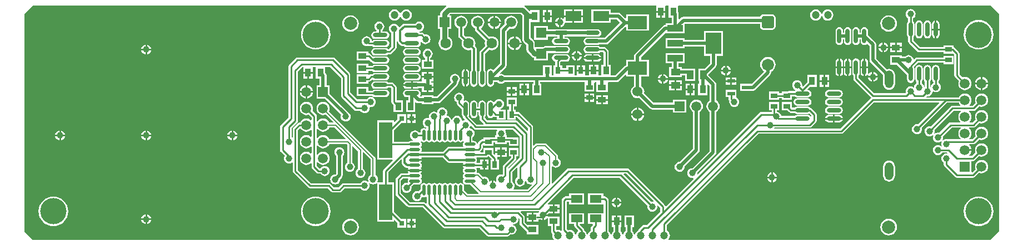
<source format=gbl>
G04 Layer_Physical_Order=2*
G04 Layer_Color=16711680*
%FSLAX25Y25*%
%MOIN*%
G70*
G01*
G75*
%ADD10R,0.09449X0.03937*%
%ADD11R,0.09449X0.12992*%
%ADD12R,0.06299X0.06299*%
%ADD13R,0.03543X0.05118*%
%ADD14R,0.03150X0.03150*%
%ADD15R,0.07874X0.21654*%
%ADD16R,0.05118X0.03543*%
%ADD17O,0.08661X0.02362*%
%ADD18O,0.06496X0.02165*%
%ADD19O,0.02165X0.06496*%
%ADD20O,0.02362X0.08661*%
%ADD21R,0.03937X0.03150*%
%ADD22R,0.03150X0.03937*%
%ADD23R,0.07087X0.04528*%
%ADD24R,0.09449X0.06102*%
%ADD25R,0.11811X0.07874*%
%ADD26R,0.03937X0.05512*%
%ADD27R,0.05512X0.03937*%
%ADD28R,0.04528X0.02362*%
%ADD29C,0.01000*%
%ADD30C,0.00800*%
%ADD31C,0.01200*%
%ADD32C,0.02000*%
%ADD33C,0.02953*%
%ADD34C,0.01969*%
%ADD35C,0.15748*%
%ADD36C,0.06299*%
%ADD37C,0.05906*%
%ADD38R,0.05906X0.05906*%
%ADD39O,0.05118X0.10630*%
%ADD40C,0.07874*%
%ADD41C,0.04724*%
%ADD42R,0.05906X0.05906*%
%ADD43C,0.06000*%
G04:AMPARAMS|DCode=44|XSize=72mil|YSize=72mil|CornerRadius=9mil|HoleSize=0mil|Usage=FLASHONLY|Rotation=270.000|XOffset=0mil|YOffset=0mil|HoleType=Round|Shape=RoundedRectangle|*
%AMROUNDEDRECTD44*
21,1,0.07200,0.05400,0,0,270.0*
21,1,0.05400,0.07200,0,0,270.0*
1,1,0.01800,-0.02700,-0.02700*
1,1,0.01800,-0.02700,0.02700*
1,1,0.01800,0.02700,0.02700*
1,1,0.01800,0.02700,-0.02700*
%
%ADD44ROUNDEDRECTD44*%
%ADD45C,0.07200*%
%ADD46C,0.03937*%
G36*
X396581Y144316D02*
Y138631D01*
X395993Y138180D01*
X395517Y137560D01*
X395218Y136838D01*
X395116Y136063D01*
X395218Y135288D01*
X395517Y134566D01*
X395993Y133946D01*
X396613Y133470D01*
X397335Y133171D01*
X398110Y133069D01*
X398885Y133171D01*
X399607Y133470D01*
X400227Y133946D01*
X400703Y134566D01*
X401002Y135288D01*
X401104Y136063D01*
X401068Y136337D01*
X401551Y136466D01*
X401817Y135826D01*
X402292Y135206D01*
X402912Y134730D01*
X403635Y134431D01*
X404410Y134329D01*
X405120Y134422D01*
X405341Y133974D01*
X402558Y131191D01*
X394313D01*
X394092Y131640D01*
X394404Y132046D01*
X394703Y132768D01*
X394805Y133543D01*
X394703Y134318D01*
X394404Y135040D01*
X393928Y135661D01*
X393340Y136111D01*
Y141729D01*
X396119Y144507D01*
X396581Y144316D01*
D02*
G37*
G36*
X331078Y137557D02*
X330833Y137191D01*
X330672Y136378D01*
X330829Y135589D01*
X330762Y135518D01*
X330349Y135242D01*
X330079Y135278D01*
X329304Y135176D01*
X328582Y134876D01*
X327962Y134401D01*
X327486Y133781D01*
X327187Y133058D01*
X327085Y132283D01*
X327187Y131509D01*
X327486Y130786D01*
X327962Y130166D01*
X328582Y129691D01*
X329304Y129391D01*
X330079Y129289D01*
X330854Y129391D01*
X331576Y129691D01*
X332196Y130166D01*
X332672Y130786D01*
X332971Y131509D01*
X333073Y132283D01*
X332976Y133018D01*
X334213Y134255D01*
X337126D01*
X337939Y134416D01*
X338597Y134856D01*
X338950Y134502D01*
X338511Y133844D01*
X338349Y133031D01*
Y131378D01*
X337112Y130141D01*
X336378Y130238D01*
X335603Y130136D01*
X334881Y129837D01*
X334261Y129361D01*
X333785Y128741D01*
X333486Y128019D01*
X333384Y127244D01*
X333486Y126469D01*
X333785Y125747D01*
X334261Y125127D01*
X334881Y124651D01*
X335603Y124352D01*
X336378Y124250D01*
X337153Y124352D01*
X337875Y124651D01*
X338495Y125127D01*
X338971Y125747D01*
X339270Y126469D01*
X339283Y126568D01*
X339660Y126739D01*
X340472Y126577D01*
X341285Y126739D01*
X341652Y126984D01*
X342093Y126748D01*
Y123086D01*
X341631Y122894D01*
X341239Y123286D01*
X340743Y123618D01*
X340158Y123734D01*
X331972D01*
X326569Y129137D01*
Y136689D01*
X327878Y137998D01*
X330843D01*
X331078Y137557D01*
D02*
G37*
G36*
X397841Y163146D02*
Y150555D01*
X391283Y143997D01*
X391194Y144034D01*
X391096Y144524D01*
X395412Y148840D01*
X395744Y149336D01*
X395860Y149921D01*
X395860Y149921D01*
X395860Y149921D01*
Y149921D01*
Y151126D01*
X397299D01*
Y156276D01*
X391362D01*
Y151126D01*
X392801D01*
Y150555D01*
X388210Y145963D01*
X387878Y145467D01*
X387762Y144882D01*
Y140566D01*
X387386Y140236D01*
X386772Y140317D01*
X385997Y140215D01*
X385275Y139916D01*
X384654Y139440D01*
X384179Y138820D01*
X383880Y138098D01*
X383777Y137323D01*
X383880Y136548D01*
X384063Y136106D01*
X383666Y135801D01*
X383229Y136136D01*
X382507Y136435D01*
X382232Y136472D01*
Y133543D01*
X381232D01*
Y136472D01*
X380957Y136435D01*
X380235Y136136D01*
X380125Y136052D01*
X379663Y136243D01*
X379585Y136838D01*
X379286Y137560D01*
X378810Y138180D01*
X378190Y138656D01*
X377468Y138955D01*
X376693Y139057D01*
X375918Y138955D01*
X375848Y138926D01*
X373923Y140852D01*
X373460Y141161D01*
X372913Y141270D01*
X372913Y141270D01*
X372292D01*
X372056Y141711D01*
X372159Y141865D01*
X372320Y142677D01*
X372159Y143490D01*
X371914Y143856D01*
X372149Y144297D01*
X374118D01*
Y143173D01*
X376193D01*
Y146142D01*
Y149110D01*
X374118D01*
Y147356D01*
X372149D01*
X371914Y147797D01*
X372159Y148164D01*
X372320Y148976D01*
X372159Y149789D01*
X371914Y150156D01*
X372149Y150597D01*
X377638D01*
X378223Y150713D01*
X378719Y151044D01*
X378719Y151044D01*
X378719Y151044D01*
X378801Y151126D01*
X379625D01*
X381178Y149572D01*
X380987Y149110D01*
X380417D01*
Y143173D01*
X385567D01*
Y149110D01*
X384522D01*
Y149921D01*
X384405Y150506D01*
X384391Y150528D01*
X384627Y150969D01*
X386272D01*
Y153240D01*
X383213D01*
Y152517D01*
X382751Y152326D01*
X382181Y152895D01*
Y156276D01*
X376244D01*
Y153655D01*
X374365D01*
X374219Y154134D01*
X374310Y154194D01*
X375255Y155139D01*
X375586Y155635D01*
X375703Y156220D01*
X375703Y156220D01*
X375703Y156220D01*
Y156220D01*
Y157769D01*
X376118Y158047D01*
X376244Y157995D01*
Y157425D01*
X382181D01*
Y159691D01*
X383213D01*
Y158449D01*
X390331D01*
Y159691D01*
X391362D01*
Y157425D01*
X397299D01*
Y162575D01*
X393783D01*
X393695Y162633D01*
X393110Y162750D01*
X390331D01*
Y163992D01*
X390007D01*
X389677Y164368D01*
X389766Y165039D01*
X389664Y165814D01*
X389365Y166536D01*
X389131Y166841D01*
X389352Y167289D01*
X393697D01*
X397841Y163146D01*
D02*
G37*
G36*
X685354Y236850D02*
Y105827D01*
X680315Y100787D01*
X487334D01*
X487113Y101236D01*
X487582Y101848D01*
X487921Y102666D01*
X488037Y103543D01*
X487921Y104421D01*
X487582Y105239D01*
X487044Y105941D01*
X486341Y106480D01*
X486175Y106549D01*
Y109839D01*
X541106Y164770D01*
X590866D01*
X591451Y164886D01*
X591948Y165218D01*
X610397Y183668D01*
X649513D01*
X649704Y183205D01*
X636955Y170457D01*
X636221Y170553D01*
X635445Y170451D01*
X634723Y170152D01*
X634103Y169676D01*
X633628Y169056D01*
X633328Y168334D01*
X633226Y167559D01*
X633328Y166784D01*
X633628Y166062D01*
X634103Y165442D01*
X634723Y164966D01*
X635445Y164667D01*
X636221Y164565D01*
X636995Y164667D01*
X637717Y164966D01*
X638338Y165442D01*
X638813Y166062D01*
X639113Y166784D01*
X639215Y167559D01*
X639118Y168294D01*
X654295Y183471D01*
X661355D01*
X661547Y183007D01*
X662181Y182181D01*
X662208Y182160D01*
X662047Y181687D01*
X657638D01*
X657053Y181570D01*
X656556Y181239D01*
X644514Y169197D01*
X643780Y169293D01*
X643005Y169191D01*
X642282Y168892D01*
X641662Y168416D01*
X641187Y167796D01*
X640887Y167074D01*
X640785Y166299D01*
X640887Y165524D01*
X641187Y164802D01*
X641662Y164182D01*
X642282Y163706D01*
X643005Y163407D01*
X643780Y163305D01*
X644555Y163407D01*
X645277Y163706D01*
X645713Y164041D01*
X646110Y163737D01*
X645927Y163295D01*
X645825Y162520D01*
X645927Y161745D01*
X646226Y161023D01*
X646702Y160403D01*
X647322Y159927D01*
X648044Y159628D01*
X648819Y159526D01*
X649594Y159628D01*
X650316Y159927D01*
X650753Y160262D01*
X651149Y159958D01*
X650966Y159515D01*
X650864Y158740D01*
X650966Y157965D01*
X651149Y157523D01*
X650753Y157219D01*
X650316Y157554D01*
X649594Y157853D01*
X648819Y157955D01*
X648044Y157853D01*
X647322Y157554D01*
X646702Y157078D01*
X646226Y156458D01*
X645927Y155736D01*
X645825Y154961D01*
X645927Y154186D01*
X646226Y153464D01*
X646702Y152843D01*
X647322Y152368D01*
X648044Y152068D01*
X648819Y151967D01*
X649594Y152068D01*
X650316Y152368D01*
X650936Y152843D01*
X651387Y153431D01*
X654219D01*
X654483Y153007D01*
X654402Y152844D01*
X653858Y152915D01*
X653083Y152813D01*
X652361Y152514D01*
X651741Y152038D01*
X651265Y151418D01*
X650966Y150696D01*
X650864Y149921D01*
X650966Y149146D01*
X651265Y148424D01*
X651741Y147804D01*
X652329Y147353D01*
Y146142D01*
X652329Y146142D01*
X652329D01*
X652445Y145556D01*
X652777Y145060D01*
X659076Y138761D01*
X659572Y138429D01*
X660157Y138313D01*
X669842D01*
X670428Y138429D01*
X670924Y138761D01*
X670924Y138761D01*
X670924Y138761D01*
X673504Y141341D01*
X673968Y141149D01*
X675000Y141013D01*
X676032Y141149D01*
X676993Y141547D01*
X677819Y142181D01*
X678453Y143007D01*
X678851Y143968D01*
X678987Y145000D01*
X678851Y146032D01*
X678453Y146993D01*
X677819Y147819D01*
X676993Y148453D01*
X676032Y148851D01*
X675000Y148987D01*
X673968Y148851D01*
X673007Y148453D01*
X672181Y147819D01*
X671547Y146993D01*
X671149Y146032D01*
X671013Y145000D01*
X671149Y143968D01*
X671341Y143504D01*
X669415Y141578D01*
X668953Y141769D01*
Y148392D01*
X669921D01*
X670506Y148508D01*
X671003Y148840D01*
X671003Y148840D01*
X671003Y148840D01*
X673504Y151341D01*
X673968Y151149D01*
X675000Y151013D01*
X676032Y151149D01*
X676993Y151547D01*
X677819Y152181D01*
X678453Y153007D01*
X678851Y153968D01*
X678987Y155000D01*
X678851Y156032D01*
X678453Y156993D01*
X677819Y157819D01*
X676993Y158453D01*
X676032Y158851D01*
X675000Y158987D01*
X673968Y158851D01*
X673007Y158453D01*
X672181Y157819D01*
X671547Y156993D01*
X671149Y156032D01*
X671013Y155000D01*
X671149Y153968D01*
X671341Y153504D01*
X669288Y151451D01*
X667645D01*
X667485Y151924D01*
X667819Y152181D01*
X668453Y153007D01*
X668851Y153968D01*
X668921Y154500D01*
X665000D01*
Y155500D01*
X668921D01*
X668851Y156032D01*
X668453Y156993D01*
X667819Y157819D01*
X667587Y157997D01*
X667748Y158471D01*
X670000D01*
X670585Y158587D01*
X671081Y158919D01*
X671081Y158919D01*
X671081Y158919D01*
X673504Y161341D01*
X673968Y161149D01*
X675000Y161013D01*
X676032Y161149D01*
X676993Y161547D01*
X677819Y162181D01*
X678453Y163007D01*
X678851Y163968D01*
X678987Y165000D01*
X678851Y166032D01*
X678453Y166993D01*
X677819Y167819D01*
X676993Y168453D01*
X676032Y168851D01*
X675000Y168987D01*
X673968Y168851D01*
X673007Y168453D01*
X672181Y167819D01*
X671547Y166993D01*
X671149Y166032D01*
X671013Y165000D01*
X671149Y163968D01*
X671341Y163504D01*
X669367Y161529D01*
X667748D01*
X667587Y162003D01*
X667819Y162181D01*
X668453Y163007D01*
X668851Y163968D01*
X668987Y165000D01*
X668851Y166032D01*
X668453Y166993D01*
X667819Y167819D01*
X667485Y168076D01*
X667645Y168549D01*
X670079D01*
X670664Y168666D01*
X671160Y168997D01*
X671160Y168997D01*
X671160Y168997D01*
X673504Y171341D01*
X673968Y171149D01*
X675000Y171013D01*
X676032Y171149D01*
X676993Y171547D01*
X677819Y172181D01*
X678453Y173007D01*
X678851Y173968D01*
X678987Y175000D01*
X678851Y176032D01*
X678453Y176993D01*
X677819Y177819D01*
X676993Y178453D01*
X676032Y178851D01*
X675000Y178987D01*
X673968Y178851D01*
X673007Y178453D01*
X672181Y177819D01*
X671547Y176993D01*
X671149Y176032D01*
X671013Y175000D01*
X671149Y173968D01*
X671341Y173504D01*
X669445Y171608D01*
X667850D01*
X667690Y172082D01*
X667819Y172181D01*
X668453Y173007D01*
X668851Y173968D01*
X668987Y175000D01*
X668851Y176032D01*
X668453Y176993D01*
X667819Y177819D01*
X667382Y178155D01*
X667543Y178628D01*
X670157D01*
X670743Y178744D01*
X671239Y179076D01*
X671239Y179076D01*
X671239Y179076D01*
X673504Y181341D01*
X673968Y181149D01*
X675000Y181013D01*
X676032Y181149D01*
X676993Y181547D01*
X677819Y182181D01*
X678453Y183007D01*
X678851Y183968D01*
X678987Y185000D01*
X678851Y186032D01*
X678453Y186993D01*
X677819Y187819D01*
X676993Y188453D01*
X676032Y188851D01*
X675000Y188987D01*
X673968Y188851D01*
X673007Y188453D01*
X672181Y187819D01*
X671547Y186993D01*
X671149Y186032D01*
X671013Y185000D01*
X671149Y183968D01*
X671341Y183504D01*
X669524Y181687D01*
X667953D01*
X667792Y182160D01*
X667819Y182181D01*
X668453Y183007D01*
X668851Y183968D01*
X668987Y185000D01*
X668851Y186032D01*
X668453Y186993D01*
X667819Y187819D01*
X666993Y188453D01*
X666032Y188851D01*
X665000Y188987D01*
X663968Y188851D01*
X663007Y188453D01*
X662181Y187819D01*
X661547Y186993D01*
X661437Y186726D01*
X641826D01*
X641751Y186907D01*
X642056Y187303D01*
X642520Y187242D01*
X643295Y187344D01*
X644017Y187643D01*
X644637Y188119D01*
X645113Y188739D01*
X645412Y189461D01*
X645490Y190056D01*
X645952Y190247D01*
X646062Y190163D01*
X646784Y189864D01*
X647559Y189762D01*
X648334Y189864D01*
X649056Y190163D01*
X649676Y190639D01*
X650152Y191259D01*
X650451Y191981D01*
X650553Y192756D01*
X650451Y193531D01*
X650152Y194253D01*
X649676Y194873D01*
X649088Y195324D01*
Y196089D01*
X649555Y196787D01*
X649724Y197638D01*
Y203937D01*
X649555Y204788D01*
X649073Y205509D01*
X648351Y205992D01*
X647500Y206161D01*
X646649Y205992D01*
X645927Y205509D01*
X645445Y204788D01*
X645276Y203937D01*
Y197638D01*
X645445Y196787D01*
X645927Y196065D01*
X646030Y195997D01*
Y195324D01*
X645442Y194873D01*
X644966Y194253D01*
X644667Y193531D01*
X644589Y192936D01*
X644465Y192885D01*
X644049Y193163D01*
Y196050D01*
X644072Y196065D01*
X644555Y196787D01*
X644724Y197638D01*
Y203937D01*
X644555Y204788D01*
X644072Y205509D01*
X643351Y205992D01*
X642500Y206161D01*
X641649Y205992D01*
X640928Y205509D01*
X640445Y204788D01*
X640276Y203937D01*
Y197638D01*
X640445Y196787D01*
X640928Y196065D01*
X640990Y196023D01*
Y193163D01*
X640575Y192885D01*
X640451Y192936D01*
X640372Y193531D01*
X640073Y194253D01*
X639598Y194873D01*
X639010Y195324D01*
Y196023D01*
X639073Y196065D01*
X639555Y196787D01*
X639724Y197638D01*
Y203937D01*
X639555Y204788D01*
X639073Y205509D01*
X638351Y205992D01*
X637500Y206161D01*
X636649Y205992D01*
X635927Y205509D01*
X635445Y204788D01*
X635276Y203937D01*
Y197638D01*
X635445Y196787D01*
X635927Y196065D01*
X635951Y196050D01*
Y195324D01*
X635363Y194873D01*
X634887Y194253D01*
X634588Y193531D01*
X634510Y192936D01*
X634048Y192745D01*
X633938Y192829D01*
X633216Y193128D01*
X632441Y193230D01*
X631666Y193128D01*
X630944Y192829D01*
X630324Y192353D01*
X629848Y191733D01*
X629549Y191011D01*
X629447Y190236D01*
X629528Y189622D01*
X629198Y189246D01*
X610397D01*
X601195Y198449D01*
Y199973D01*
X601238Y200002D01*
X601720Y200724D01*
X601889Y201575D01*
Y207874D01*
X601720Y208725D01*
X601238Y209447D01*
X600516Y209929D01*
X599665Y210098D01*
X598814Y209929D01*
X598093Y209447D01*
X597611Y208725D01*
X597441Y207874D01*
Y201575D01*
X597611Y200724D01*
X598093Y200002D01*
X598136Y199973D01*
Y197815D01*
X598136Y197815D01*
X598136D01*
X598252Y197230D01*
X598584Y196733D01*
X608682Y186635D01*
Y186278D01*
X590233Y167829D01*
X550612D01*
X550466Y168125D01*
X550730Y168549D01*
X571969D01*
X572554Y168666D01*
X573050Y168997D01*
X575570Y171517D01*
X575901Y172013D01*
X576018Y172598D01*
Y176378D01*
X575901Y176963D01*
X575570Y177459D01*
X573030Y179999D01*
X572534Y180330D01*
X572365Y180364D01*
X572281Y180490D01*
X571560Y180972D01*
X570709Y181141D01*
X564409D01*
X563558Y180972D01*
X562837Y180490D01*
X562808Y180447D01*
X561244D01*
X561079Y180612D01*
Y183992D01*
X555142D01*
Y178842D01*
X558522D01*
X559529Y177836D01*
X560025Y177504D01*
X560610Y177388D01*
X562808D01*
X562837Y177345D01*
X563558Y176863D01*
X564409Y176693D01*
X570709D01*
X571560Y176863D01*
X571728Y176975D01*
X572928Y175776D01*
X572806Y175291D01*
X572480Y175192D01*
X572281Y175490D01*
X571560Y175972D01*
X570709Y176141D01*
X564409D01*
X563558Y175972D01*
X562837Y175490D01*
X562808Y175447D01*
X554762D01*
X554703Y175893D01*
X554404Y176615D01*
X553928Y177235D01*
X553308Y177711D01*
X552586Y178010D01*
X552081Y178077D01*
Y178842D01*
X553520D01*
Y183992D01*
X547583D01*
Y178842D01*
X549022D01*
Y177907D01*
X542992D01*
X542407Y177791D01*
X541911Y177459D01*
X504788Y140337D01*
X504340Y140558D01*
X504411Y141102D01*
X504396Y141220D01*
X515289Y152113D01*
X515727Y152769D01*
X515881Y153543D01*
X515881Y153543D01*
X515881Y153543D01*
Y153543D01*
Y177987D01*
X516677Y178598D01*
X517311Y179424D01*
X517709Y180385D01*
X517845Y181417D01*
X517709Y182449D01*
X517311Y183411D01*
X516677Y184237D01*
X515881Y184847D01*
Y194488D01*
X515727Y195262D01*
X515289Y195919D01*
X511000Y200208D01*
Y200422D01*
X515525Y204947D01*
X515964Y205604D01*
X516118Y206378D01*
Y211717D01*
X519819D01*
Y226709D01*
X508370D01*
Y221236D01*
X496984D01*
Y222181D01*
X485535D01*
Y216244D01*
X496984D01*
Y217190D01*
X508370D01*
Y211717D01*
X512071D01*
Y207216D01*
X508926Y204071D01*
X505063D01*
Y196559D01*
X505654D01*
Y195055D01*
X504906D01*
Y187937D01*
X510449D01*
Y194383D01*
X510911Y194575D01*
X511835Y193650D01*
Y184847D01*
X511039Y184237D01*
X510406Y183411D01*
X510007Y182449D01*
X509871Y181417D01*
X510007Y180385D01*
X510406Y179424D01*
X511039Y178598D01*
X511835Y177987D01*
Y154381D01*
X501535Y144081D01*
X501417Y144097D01*
X500642Y143994D01*
X499920Y143695D01*
X499300Y143219D01*
X498824Y142599D01*
X498525Y141877D01*
X498423Y141102D01*
X498525Y140327D01*
X498824Y139605D01*
X499300Y138985D01*
X499920Y138509D01*
X500642Y138210D01*
X501417Y138108D01*
X501962Y138180D01*
X502183Y137731D01*
X485698Y121247D01*
X485220Y121392D01*
X485212Y121433D01*
X485192Y121530D01*
X484861Y122026D01*
X463444Y143444D01*
X462948Y143775D01*
X462362Y143892D01*
X427087D01*
X426501Y143775D01*
X426005Y143444D01*
X417637Y135076D01*
X417175Y135267D01*
Y144899D01*
X417624Y145121D01*
X418031Y144809D01*
X418753Y144509D01*
X419528Y144407D01*
X420302Y144509D01*
X421025Y144809D01*
X421645Y145284D01*
X422121Y145905D01*
X422420Y146627D01*
X422522Y147402D01*
X422420Y148177D01*
X422121Y148899D01*
X421645Y149519D01*
X421025Y149995D01*
X420955Y150023D01*
Y151181D01*
X420955Y151181D01*
X420846Y151727D01*
X420537Y152190D01*
X420537Y152190D01*
X414238Y158490D01*
X413775Y158799D01*
X413228Y158908D01*
X413228Y158908D01*
X408189D01*
X408189Y158908D01*
X407643Y158799D01*
X407180Y158490D01*
X407180Y158490D01*
X406401Y157711D01*
X405939Y157902D01*
Y168819D01*
X405822Y169404D01*
X405491Y169900D01*
X397932Y177459D01*
X397436Y177791D01*
X396850Y177907D01*
X395646D01*
Y179347D01*
X394600D01*
Y181362D01*
X396039D01*
Y186512D01*
X390102D01*
Y181362D01*
X391542D01*
Y179347D01*
X390496D01*
Y173409D01*
X395646D01*
Y174849D01*
X396217D01*
X402880Y168185D01*
Y166865D01*
X402418Y166674D01*
X396672Y172420D01*
X396176Y172751D01*
X395590Y172868D01*
X378586D01*
X377665Y173789D01*
X376986Y174805D01*
X377468Y175527D01*
X377637Y176378D01*
Y182677D01*
X377468Y183528D01*
X376986Y184250D01*
X376264Y184732D01*
X375413Y184901D01*
X374562Y184732D01*
X373841Y184250D01*
X373359Y183528D01*
X373190Y182677D01*
Y181057D01*
X372637D01*
Y182677D01*
X372468Y183528D01*
X371986Y184250D01*
X371264Y184732D01*
X370413Y184901D01*
X369562Y184732D01*
X368841Y184250D01*
X368359Y183528D01*
X368190Y182677D01*
Y176378D01*
X368359Y175527D01*
X368841Y174805D01*
X369562Y174323D01*
X370413Y174154D01*
X371264Y174323D01*
X371986Y174805D01*
X372468Y175527D01*
X372637Y176378D01*
Y177998D01*
X373190D01*
Y176378D01*
X373359Y175527D01*
X373841Y174805D01*
X373884Y174777D01*
Y173878D01*
X373884Y173878D01*
X373884D01*
X374000Y173293D01*
X374332Y172796D01*
X376318Y170810D01*
X376127Y170348D01*
X372287D01*
X367324Y175311D01*
X367468Y175527D01*
X367637Y176378D01*
Y182677D01*
X367468Y183528D01*
X366986Y184250D01*
X366264Y184732D01*
X365413Y184901D01*
X364562Y184732D01*
X364261Y185184D01*
X364467Y185682D01*
X364569Y186457D01*
X364467Y187232D01*
X364168Y187954D01*
X363692Y188574D01*
X363072Y189050D01*
X362350Y189349D01*
X361575Y189451D01*
X360800Y189349D01*
X360078Y189050D01*
X359458Y188574D01*
X358982Y187954D01*
X358683Y187232D01*
X358581Y186457D01*
X358683Y185682D01*
X358982Y184960D01*
X359458Y184339D01*
X360045Y183888D01*
Y183366D01*
X360045Y183366D01*
X360045D01*
X360162Y182781D01*
X360493Y182285D01*
X363190Y179588D01*
Y176378D01*
X363359Y175527D01*
X363841Y174805D01*
X363894Y174770D01*
X363941Y174533D01*
X364273Y174037D01*
X364851Y173459D01*
X364690Y172985D01*
X364579Y172971D01*
X363857Y172672D01*
X363747Y172587D01*
X363285Y172779D01*
X363207Y173373D01*
X362908Y174095D01*
X362432Y174716D01*
X361812Y175191D01*
X361090Y175490D01*
X360315Y175593D01*
X359540Y175490D01*
X358818Y175191D01*
X358198Y174716D01*
X357722Y174095D01*
X357423Y173373D01*
X357415Y173316D01*
X356915D01*
X356908Y173373D01*
X356609Y174095D01*
X356133Y174716D01*
X355513Y175191D01*
X354791Y175490D01*
X354196Y175569D01*
X354005Y176031D01*
X354089Y176141D01*
X354388Y176863D01*
X354490Y177638D01*
X354388Y178413D01*
X354089Y179135D01*
X353613Y179755D01*
X352993Y180231D01*
X352271Y180530D01*
X351496Y180632D01*
X350721Y180530D01*
X349999Y180231D01*
X349379Y179755D01*
X348903Y179135D01*
X348604Y178413D01*
X348526Y177818D01*
X348064Y177627D01*
X347954Y177711D01*
X347232Y178010D01*
X346457Y178112D01*
X345682Y178010D01*
X344960Y177711D01*
X344339Y177235D01*
X343864Y176615D01*
X343565Y175893D01*
X343463Y175118D01*
X343528Y174621D01*
X343175Y174267D01*
X342677Y174333D01*
X341902Y174231D01*
X341180Y173932D01*
X340560Y173456D01*
X340084Y172836D01*
X339785Y172114D01*
X339683Y171339D01*
X339785Y170564D01*
X340084Y169842D01*
X340560Y169221D01*
X341180Y168746D01*
X341882Y168455D01*
X341888Y168337D01*
X341832Y167916D01*
X341652Y167819D01*
X341285Y168064D01*
X340472Y168226D01*
X339660Y168064D01*
X338971Y167604D01*
X338511Y166915D01*
X338349Y166102D01*
Y165466D01*
X337565D01*
X337235Y165897D01*
X336615Y166373D01*
X335893Y166672D01*
X335118Y166774D01*
X334343Y166672D01*
X333621Y166373D01*
X333001Y165897D01*
X332525Y165277D01*
X332226Y164555D01*
X332124Y163779D01*
X332226Y163005D01*
X332525Y162283D01*
X333001Y161662D01*
X333621Y161187D01*
X333977Y161039D01*
X333880Y160549D01*
X332795D01*
X331983Y160387D01*
X331335Y159955D01*
X322417D01*
Y166987D01*
X326714Y171283D01*
X329701D01*
Y176433D01*
X324551D01*
Y173446D01*
X322879Y171774D01*
X322417Y171966D01*
Y172890D01*
X312543D01*
Y149236D01*
X321538D01*
X321729Y148774D01*
X316399Y143444D01*
X316067Y142947D01*
X315951Y142362D01*
Y135488D01*
X312954D01*
X312688Y135693D01*
X312547Y135904D01*
X312813Y136548D01*
X312915Y137323D01*
X312813Y138098D01*
X312514Y138820D01*
X312038Y139440D01*
X311418Y139916D01*
X311349Y139945D01*
Y150079D01*
X311349Y150079D01*
X311240Y150625D01*
X311116Y150811D01*
X310931Y151088D01*
X310931Y151088D01*
X283617Y178402D01*
X283851Y178968D01*
X283987Y180000D01*
X283851Y181032D01*
X283453Y181993D01*
X282819Y182819D01*
X281993Y183453D01*
X281032Y183851D01*
X280000Y183987D01*
X278968Y183851D01*
X278007Y183453D01*
X277181Y182819D01*
X276547Y181993D01*
X276149Y181032D01*
X276013Y180000D01*
X276149Y178968D01*
X276547Y178007D01*
X277181Y177181D01*
X278007Y176547D01*
X278968Y176149D01*
X280000Y176013D01*
X281032Y176149D01*
X281598Y176383D01*
X286092Y171889D01*
X285901Y171427D01*
X283687D01*
X283453Y171993D01*
X282819Y172819D01*
X281993Y173453D01*
X281032Y173851D01*
X280000Y173987D01*
X278968Y173851D01*
X278007Y173453D01*
X277181Y172819D01*
X276648Y172125D01*
X276175Y172286D01*
Y175354D01*
X276059Y175940D01*
X275727Y176436D01*
X273659Y178504D01*
X273851Y178968D01*
X273987Y180000D01*
X273851Y181032D01*
X273453Y181993D01*
X272819Y182819D01*
X271993Y183453D01*
X271032Y183851D01*
X270000Y183987D01*
X268968Y183851D01*
X268007Y183453D01*
X267181Y182819D01*
X266547Y181993D01*
X266149Y181032D01*
X266013Y180000D01*
X266149Y178968D01*
X266547Y178007D01*
X267181Y177181D01*
X268007Y176547D01*
X268968Y176149D01*
X270000Y176013D01*
X271032Y176149D01*
X271496Y176341D01*
X273116Y174721D01*
Y173156D01*
X272668Y172935D01*
X271993Y173453D01*
X271032Y173851D01*
X270000Y173987D01*
X268968Y173851D01*
X268007Y173453D01*
X267181Y172819D01*
X266547Y171993D01*
X266355Y171529D01*
X265748D01*
X265163Y171413D01*
X264667Y171081D01*
X262226Y168640D01*
X261894Y168144D01*
X261778Y167559D01*
Y162580D01*
X261482Y162434D01*
X261057Y162698D01*
Y168185D01*
X264388Y171517D01*
X264720Y172013D01*
X264837Y172598D01*
Y202201D01*
X267672Y205037D01*
X268134Y204845D01*
Y202075D01*
X273677D01*
Y205085D01*
X275614D01*
Y198016D01*
X277961D01*
Y193953D01*
X276047D01*
Y186047D01*
X281069D01*
X290819Y176297D01*
X290651Y175893D01*
X290549Y175118D01*
X290651Y174343D01*
X290950Y173621D01*
X291426Y173001D01*
X292046Y172525D01*
X292768Y172226D01*
X293543Y172124D01*
X294318Y172226D01*
X295040Y172525D01*
X295660Y173001D01*
X296136Y173621D01*
X296435Y174343D01*
X296537Y175118D01*
X296435Y175893D01*
X296136Y176615D01*
X295660Y177235D01*
X295184Y177601D01*
X294985Y177899D01*
X283953Y188931D01*
Y193953D01*
X282039D01*
Y199961D01*
X281884Y200741D01*
X281442Y201402D01*
X281157Y201687D01*
Y205085D01*
X284091D01*
X290754Y198422D01*
Y187717D01*
X290754Y187716D01*
X290754D01*
X290870Y187131D01*
X291202Y186635D01*
X298761Y179076D01*
X299257Y178744D01*
X299257Y178744D01*
X299257Y178744D01*
D01*
X299257Y178744D01*
X299257Y178744D01*
X299843Y178628D01*
X302314D01*
X302765Y178040D01*
X303385Y177565D01*
X304107Y177265D01*
X304882Y177163D01*
X305657Y177265D01*
X306379Y177565D01*
X306999Y178040D01*
X307475Y178660D01*
X307774Y179383D01*
X307876Y180157D01*
X307810Y180655D01*
X308164Y181008D01*
X308661Y180943D01*
X309436Y181045D01*
X310158Y181344D01*
X310779Y181820D01*
X311254Y182440D01*
X311554Y183162D01*
X311655Y183937D01*
X311554Y184712D01*
X311254Y185434D01*
X310779Y186054D01*
X310158Y186530D01*
X309436Y186829D01*
X308661Y186931D01*
X307887Y186829D01*
X307164Y186530D01*
X306544Y186054D01*
X306093Y185466D01*
X300476D01*
X296333Y189610D01*
Y200315D01*
X296216Y200900D01*
X295885Y201396D01*
X287066Y210215D01*
X286569Y210547D01*
X285984Y210663D01*
X264567D01*
X263982Y210547D01*
X263486Y210215D01*
X259706Y206436D01*
X259374Y205940D01*
X259258Y205354D01*
Y174492D01*
X254667Y169900D01*
X254335Y169404D01*
X254219Y168819D01*
Y154961D01*
X254335Y154375D01*
X254667Y153879D01*
X257018Y151528D01*
X256935Y151418D01*
X256635Y150696D01*
X256533Y149921D01*
X256635Y149146D01*
X256935Y148424D01*
X257410Y147804D01*
X258031Y147328D01*
X258753Y147029D01*
X259528Y146927D01*
X260302Y147029D01*
X261025Y147328D01*
X261329Y147562D01*
X261778Y147341D01*
Y142362D01*
X261778Y142362D01*
X261778D01*
X261894Y141777D01*
X262226Y141281D01*
X271044Y132462D01*
X271541Y132130D01*
X271638Y132111D01*
X272126Y132014D01*
X282831D01*
X284903Y129942D01*
X284903D01*
X284903Y129942D01*
X284903D01*
X284903Y129942D01*
Y129942D01*
X284903Y129942D01*
Y129942D01*
X285399Y129611D01*
X285984Y129494D01*
X289764D01*
X290349Y129611D01*
X290845Y129942D01*
X292917Y132014D01*
X302314D01*
X302765Y131426D01*
X303385Y130950D01*
X304107Y130651D01*
X304882Y130549D01*
X305657Y130651D01*
X306379Y130950D01*
X306999Y131426D01*
X307475Y132046D01*
X307774Y132768D01*
X307876Y133543D01*
X307774Y134318D01*
X307591Y134761D01*
X307987Y135065D01*
X308424Y134730D01*
X309146Y134431D01*
X309921Y134329D01*
X310696Y134431D01*
X311418Y134730D01*
X312038Y135206D01*
X312070Y135247D01*
X312543Y135086D01*
Y111835D01*
X322417D01*
Y112759D01*
X322879Y112950D01*
X324551Y111278D01*
Y108291D01*
X329701D01*
Y113441D01*
X326714D01*
X322417Y117738D01*
Y135488D01*
X319010D01*
Y141729D01*
X326726Y149445D01*
X327188Y149253D01*
Y147402D01*
X327312Y146777D01*
X327665Y146248D01*
X329240Y144673D01*
X329240D01*
X329240Y144673D01*
X329240D01*
X329240Y144673D01*
Y144673D01*
X329240Y144673D01*
Y144673D01*
X329769Y144320D01*
X330394Y144195D01*
X330775D01*
X331010Y143754D01*
X330833Y143490D01*
X330771Y143177D01*
X339150D01*
X339088Y143490D01*
X338628Y144179D01*
Y144325D01*
X339088Y145014D01*
X339249Y145827D01*
X339088Y146639D01*
X338628Y147328D01*
Y147475D01*
X339088Y148164D01*
X339150Y148476D01*
X334961D01*
Y149476D01*
X339150D01*
X339088Y149789D01*
X338911Y150054D01*
X339147Y150495D01*
X351765D01*
X354437Y147823D01*
X354966Y147469D01*
X355591Y147345D01*
X363845D01*
X364081Y146904D01*
X363904Y146639D01*
X363842Y146327D01*
X368032D01*
Y145327D01*
X363842D01*
X363904Y145014D01*
X364365Y144325D01*
Y144179D01*
X363904Y143490D01*
X363743Y142677D01*
X363904Y141865D01*
X364365Y141176D01*
Y141029D01*
X363904Y140340D01*
X363743Y139527D01*
X363904Y138715D01*
X364365Y138026D01*
Y137879D01*
X363904Y137191D01*
X363743Y136378D01*
X363904Y135565D01*
X364344Y134907D01*
X363991Y134553D01*
X363332Y134993D01*
X362520Y135155D01*
X361707Y134993D01*
X361018Y134533D01*
X360872D01*
X360183Y134993D01*
X359370Y135155D01*
X358558Y134993D01*
X357869Y134533D01*
X357722D01*
X357033Y134993D01*
X356221Y135155D01*
X355408Y134993D01*
X354719Y134533D01*
X354572D01*
X353884Y134993D01*
X353071Y135155D01*
X352258Y134993D01*
X351569Y134533D01*
X351423D01*
X350734Y134993D01*
X349921Y135155D01*
X349109Y134993D01*
X348420Y134533D01*
X348273D01*
X347584Y134993D01*
X346772Y135155D01*
X345959Y134993D01*
X345270Y134533D01*
X345124D01*
X344435Y134993D01*
X343622Y135155D01*
X342809Y134993D01*
X342121Y134533D01*
X341974D01*
X341285Y134993D01*
X340472Y135155D01*
X339660Y134993D01*
X339001Y134553D01*
X338648Y134907D01*
X339088Y135565D01*
X339249Y136378D01*
X339088Y137191D01*
X338628Y137879D01*
Y138026D01*
X339088Y138715D01*
X339249Y139527D01*
X339088Y140340D01*
X338628Y141029D01*
Y141176D01*
X339088Y141865D01*
X339150Y142177D01*
X330771D01*
X330833Y141865D01*
X331078Y141498D01*
X330843Y141057D01*
X327244D01*
X326756Y140960D01*
X326659Y140940D01*
X326163Y140609D01*
X323958Y138404D01*
X323626Y137908D01*
X323510Y137323D01*
Y128504D01*
X323626Y127919D01*
X323958Y127422D01*
X330257Y121123D01*
X330257D01*
X330257Y121123D01*
X330257D01*
X330257Y121123D01*
Y121123D01*
X330257Y121123D01*
Y121123D01*
X330753Y120792D01*
X331339Y120675D01*
X339524D01*
X351675Y108525D01*
X351674D01*
X351675Y108525D01*
X351675D01*
X351675Y108525D01*
Y108525D01*
X351675Y108525D01*
Y108525D01*
X352171Y108193D01*
X352756Y108077D01*
X373540D01*
X378131Y103486D01*
X378627Y103154D01*
X379213Y103038D01*
X390551D01*
X391137Y103154D01*
X391633Y103486D01*
X391633Y103486D01*
X391633Y103486D01*
X392336Y104189D01*
X393071Y104093D01*
X393846Y104194D01*
X394568Y104494D01*
X395188Y104970D01*
X395664Y105590D01*
X395963Y106312D01*
X396065Y107087D01*
X395963Y107862D01*
X395664Y108584D01*
X395188Y109204D01*
X394568Y109680D01*
X393928Y109945D01*
X394057Y110428D01*
X394331Y110392D01*
X395106Y110494D01*
X395828Y110793D01*
X396448Y111269D01*
X396924Y111889D01*
X397223Y112611D01*
X397325Y113386D01*
X397253Y113930D01*
X397416Y114010D01*
X397841Y113746D01*
Y110866D01*
X397841Y110866D01*
X397841D01*
X397957Y110281D01*
X398289Y109785D01*
X402029Y106044D01*
X402110Y105990D01*
Y104354D01*
X409228D01*
Y109898D01*
X402501D01*
X400900Y111500D01*
Y114646D01*
X400783Y115231D01*
X400452Y115727D01*
X398485Y117694D01*
X398676Y118156D01*
X409388D01*
X409490Y117949D01*
X409527Y117764D01*
X409209Y117378D01*
X406169D01*
Y114606D01*
Y111835D01*
X409228D01*
Y113116D01*
X410709D01*
X410869Y113148D01*
X411194Y113013D01*
X411469Y112977D01*
Y115905D01*
X411969D01*
Y116405D01*
X414897D01*
X414885Y116498D01*
X415214Y116874D01*
X417768D01*
Y119646D01*
Y122417D01*
X414997D01*
X414806Y122879D01*
X430240Y138313D01*
X457949D01*
X474583Y121679D01*
X474486Y120945D01*
X474588Y120170D01*
X474887Y119448D01*
X475363Y118828D01*
X475983Y118352D01*
X476705Y118053D01*
X477480Y117951D01*
X478255Y118053D01*
X478977Y118352D01*
X479598Y118828D01*
X480073Y119448D01*
X480372Y120170D01*
X480474Y120945D01*
X480403Y121489D01*
X480851Y121710D01*
X482250Y120311D01*
Y117799D01*
X474327Y109876D01*
X472441D01*
X471856Y109759D01*
X471359Y109428D01*
X469391Y107459D01*
X469060Y106963D01*
X469031Y106819D01*
X468980Y106564D01*
X468777Y106480D01*
X468075Y105941D01*
X467536Y105239D01*
X467197Y104421D01*
X467179Y104287D01*
X466679D01*
X466662Y104421D01*
X466323Y105239D01*
X465784Y105941D01*
X465425Y106217D01*
Y108567D01*
X466354D01*
Y115685D01*
X460811D01*
Y108567D01*
X461347D01*
Y106217D01*
X460988Y105941D01*
X460449Y105239D01*
X460110Y104421D01*
X460092Y104287D01*
X459592D01*
X459575Y104421D01*
X459236Y105239D01*
X458697Y105941D01*
X458338Y106217D01*
Y108567D01*
X458874D01*
Y111626D01*
X453331D01*
Y108567D01*
X454260D01*
Y106217D01*
X453901Y105941D01*
X453362Y105239D01*
X453024Y104421D01*
X453006Y104287D01*
X452506D01*
X452488Y104421D01*
X452149Y105239D01*
X451611Y105941D01*
X451293Y106185D01*
Y124724D01*
X451177Y125310D01*
X450845Y125806D01*
X449979Y126672D01*
X449483Y127004D01*
X448898Y127120D01*
X448008D01*
Y128854D01*
X438921D01*
Y122327D01*
X448008D01*
D01*
X448008D01*
X448234Y122100D01*
Y117043D01*
X448008D01*
Y117043D01*
X438921D01*
Y110516D01*
X441558D01*
X441749Y110054D01*
X441045Y109349D01*
X440713Y108853D01*
X440597Y108268D01*
Y106549D01*
X440430Y106480D01*
X439728Y105941D01*
X439189Y105239D01*
X438850Y104421D01*
X438833Y104287D01*
X438333D01*
X438315Y104421D01*
X437976Y105239D01*
X437437Y105941D01*
X436735Y106480D01*
X436569Y106549D01*
Y106693D01*
X436452Y107278D01*
X436121Y107774D01*
X433841Y110054D01*
X434033Y110516D01*
X436669D01*
Y117043D01*
X427583D01*
Y110516D01*
X430597D01*
Y109606D01*
X430713Y109021D01*
X431044Y108525D01*
X432932Y106638D01*
X432899Y106139D01*
X432641Y105941D01*
X432102Y105239D01*
X431764Y104421D01*
X431746Y104287D01*
X431246D01*
X431228Y104421D01*
X430890Y105239D01*
X430351Y105941D01*
X429648Y106480D01*
X428830Y106819D01*
X427953Y106934D01*
X427075Y106819D01*
X426909Y106750D01*
X426096Y107563D01*
Y124061D01*
X427583D01*
Y122327D01*
X436669D01*
Y128854D01*
X427583D01*
Y127120D01*
X425433D01*
X424848Y127004D01*
X424352Y126672D01*
X423486Y125806D01*
X423154Y125310D01*
X423037Y124724D01*
Y106929D01*
X423090Y106665D01*
X422666Y106401D01*
X422562Y106480D01*
X421744Y106819D01*
X420866Y106934D01*
X420173Y106843D01*
X419867Y107111D01*
X419797Y107281D01*
Y109394D01*
X421827D01*
Y114937D01*
X415214D01*
X414885Y115313D01*
X414897Y115405D01*
X412468D01*
Y112977D01*
X412743Y113013D01*
X413466Y113312D01*
X414086Y113788D01*
X414235Y113983D01*
X414709Y113822D01*
Y109394D01*
X416738D01*
Y106142D01*
X416738Y106142D01*
X416738D01*
X416855Y105556D01*
X417186Y105060D01*
X417659Y104587D01*
X417591Y104421D01*
X417475Y103543D01*
X417591Y102666D01*
X417929Y101848D01*
X418399Y101236D01*
X418178Y100787D01*
X105827D01*
X100787Y105827D01*
Y236850D01*
X105827Y241890D01*
X353728D01*
X353873Y241411D01*
X353490Y241156D01*
X350971Y238636D01*
X350423Y237817D01*
X350231Y236850D01*
Y235764D01*
X348803D01*
Y227858D01*
X350231D01*
Y221866D01*
X349800Y221305D01*
X349382Y220296D01*
X349240Y219213D01*
X349382Y218129D01*
X349800Y217120D01*
X350466Y216253D01*
X351332Y215588D01*
X352342Y215170D01*
X353425Y215027D01*
X354508Y215170D01*
X355518Y215588D01*
X356385Y216253D01*
X357050Y217120D01*
X357468Y218129D01*
X357611Y219213D01*
X357468Y220296D01*
X357050Y221305D01*
X356385Y222172D01*
X355518Y222837D01*
X355281Y222936D01*
Y227858D01*
X356709D01*
Y235764D01*
X355893D01*
X355702Y236226D01*
X356321Y236845D01*
X398324D01*
X399365Y235805D01*
Y221732D01*
X399557Y220766D01*
X400104Y219947D01*
X401885Y218167D01*
Y215433D01*
X402077Y214467D01*
X402624Y213648D01*
X402624Y213648D01*
X402624Y213648D01*
X405144Y211128D01*
X405963Y210581D01*
X406559Y210462D01*
Y208764D01*
X414858D01*
Y213414D01*
X418653D01*
X418677Y213398D01*
X419527Y213229D01*
X425827D01*
X426678Y213398D01*
X427399Y213880D01*
X427881Y214602D01*
X428051Y215453D01*
X427881Y216304D01*
X427399Y217025D01*
X426678Y217507D01*
X425827Y217677D01*
X419527D01*
X418677Y217507D01*
X418653Y217492D01*
X413248D01*
X412468Y217337D01*
X412058Y217063D01*
X406934D01*
Y219213D01*
X406742Y220179D01*
X406195Y220998D01*
X404415Y222778D01*
Y232031D01*
X409740D01*
Y239150D01*
X404197D01*
Y238767D01*
X403735Y238576D01*
X403675Y238636D01*
X401155Y241156D01*
X400773Y241411D01*
X400918Y241890D01*
X479787D01*
Y241890D01*
Y241669D01*
X479787Y241536D01*
X479787Y241536D01*
X479787D01*
Y238610D01*
X485331D01*
Y241536D01*
X485331Y241536D01*
D01*
D01*
X485331Y241669D01*
D01*
X485551Y241890D01*
X487268D01*
Y241890D01*
Y241669D01*
X487268Y241536D01*
X487268Y241536D01*
X487268D01*
Y234551D01*
X489237D01*
Y231236D01*
X485535D01*
Y230291D01*
X485276D01*
X484501Y230137D01*
X483845Y229698D01*
X467231Y213084D01*
X466792Y212428D01*
X466638Y211653D01*
Y209110D01*
X461756D01*
Y206060D01*
X461667Y206042D01*
X461010Y205604D01*
X455225Y199818D01*
X452496D01*
Y206394D01*
X451254D01*
Y214213D01*
X451137Y214798D01*
X450806Y215294D01*
X449566Y216534D01*
X449069Y216866D01*
X448484Y216982D01*
X446326D01*
X446297Y217025D01*
X445575Y217507D01*
X444724Y217677D01*
X438425D01*
X437574Y217507D01*
X436853Y217025D01*
X436371Y216304D01*
X436201Y215453D01*
X436371Y214602D01*
X436853Y213880D01*
X437574Y213398D01*
X438425Y213229D01*
X444724D01*
X445575Y213398D01*
X446297Y213880D01*
X446326Y213923D01*
X447851D01*
X448195Y213579D01*
Y206394D01*
X446953D01*
Y199818D01*
X445016D01*
Y202335D01*
X439472D01*
Y199818D01*
X437220D01*
Y199818D01*
Y199866D01*
X437220Y200172D01*
X437220Y200172D01*
X437220D01*
Y202335D01*
X432071D01*
Y200172D01*
X432071Y200172D01*
X432071D01*
X432071Y199866D01*
X432023Y199818D01*
X430921D01*
Y199818D01*
Y199866D01*
X430921Y200172D01*
X430921Y200172D01*
X430921D01*
Y205803D01*
X425772D01*
Y204364D01*
X423362D01*
Y205803D01*
X422317D01*
Y207929D01*
X422616Y208229D01*
X425827D01*
X426678Y208398D01*
X427399Y208880D01*
X427881Y209602D01*
X428051Y210453D01*
X427881Y211304D01*
X427399Y212025D01*
X426678Y212507D01*
X425827Y212677D01*
X419527D01*
X418677Y212507D01*
X417955Y212025D01*
X417473Y211304D01*
X417304Y210453D01*
X417473Y209602D01*
X417955Y208880D01*
X418677Y208398D01*
X419258Y208282D01*
Y205803D01*
X418213D01*
Y200172D01*
X418213Y200172D01*
X418213D01*
X418213Y199866D01*
X418165Y199818D01*
X417063D01*
Y199866D01*
X417063D01*
Y205803D01*
X411913D01*
Y199866D01*
D01*
Y199866D01*
X411866Y199818D01*
X388961D01*
X388889Y199912D01*
X388269Y200388D01*
X387547Y200687D01*
X386772Y200789D01*
X386238Y200719D01*
X386017Y201168D01*
X389462Y204613D01*
X389755Y205051D01*
X389901Y205269D01*
X390055Y206043D01*
Y226249D01*
X391761Y227955D01*
X392756Y227824D01*
X393788Y227960D01*
X394749Y228358D01*
X395575Y228992D01*
X396209Y229818D01*
X396607Y230779D01*
X396743Y231811D01*
X396607Y232843D01*
X396209Y233804D01*
X395575Y234630D01*
X394749Y235264D01*
X393788Y235662D01*
X392756Y235798D01*
X391724Y235662D01*
X390762Y235264D01*
X389937Y234630D01*
X389303Y233804D01*
X388905Y232843D01*
X388769Y231811D01*
X388900Y230816D01*
X386601Y228517D01*
X386162Y227861D01*
X386008Y227087D01*
Y206881D01*
X382248Y203121D01*
X381986Y203147D01*
X381264Y203629D01*
X380413Y203799D01*
X379562Y203629D01*
X378841Y203147D01*
X378359Y202426D01*
X378190Y201575D01*
Y195276D01*
X378359Y194425D01*
X378841Y193703D01*
X379562Y193221D01*
X380413Y193052D01*
X381264Y193221D01*
X381986Y193703D01*
X382468Y194425D01*
X382637Y195276D01*
Y195772D01*
X384582D01*
X384654Y195678D01*
X385275Y195202D01*
X385997Y194903D01*
X386772Y194801D01*
X387547Y194903D01*
X388269Y195202D01*
X388889Y195678D01*
X388961Y195772D01*
X406126D01*
Y195055D01*
X405378D01*
Y187937D01*
X410921D01*
Y195055D01*
X410173D01*
Y195772D01*
X436717D01*
Y195331D01*
X436717D01*
Y190181D01*
X442654D01*
Y195331D01*
X442654D01*
Y195419D01*
X443007Y195772D01*
X443685D01*
Y195488D01*
X443685D01*
Y189945D01*
X450803D01*
Y195488D01*
D01*
Y195488D01*
X451087Y195772D01*
X456063D01*
X456837Y195926D01*
X457493Y196365D01*
X461294Y200165D01*
X461756Y199974D01*
Y199236D01*
X466638D01*
Y193726D01*
X465809Y193089D01*
X465167Y192253D01*
X464764Y191280D01*
X464627Y190236D01*
X464764Y189192D01*
X465167Y188219D01*
X465809Y187383D01*
X466644Y186742D01*
X467617Y186339D01*
X468661Y186202D01*
X469698Y186338D01*
X476050Y179987D01*
X476706Y179548D01*
X477480Y179394D01*
X489906D01*
Y177465D01*
X497811D01*
Y185370D01*
X489906D01*
Y183440D01*
X478318D01*
X472559Y189199D01*
X472696Y190236D01*
X472558Y191280D01*
X472155Y192253D01*
X471514Y193089D01*
X470684Y193726D01*
Y199236D01*
X475567D01*
Y209110D01*
X470684D01*
Y210816D01*
X485276Y225407D01*
X485535Y225299D01*
Y225299D01*
X485535Y225299D01*
X496984D01*
Y231048D01*
X542134D01*
Y229308D01*
X542282Y228567D01*
X542702Y227938D01*
X543330Y227518D01*
X544072Y227371D01*
X549472D01*
X550213Y227518D01*
X550842Y227938D01*
X551261Y228567D01*
X551409Y229308D01*
Y234708D01*
X551261Y235449D01*
X550842Y236078D01*
X550213Y236498D01*
X549472Y236645D01*
X544072D01*
X543330Y236498D01*
X542702Y236078D01*
X542282Y235449D01*
X542211Y235094D01*
X496063D01*
X495289Y234940D01*
X494632Y234501D01*
X493745Y233614D01*
X493283Y233805D01*
Y236890D01*
X493129Y237664D01*
X492811Y238140D01*
Y241536D01*
X492811Y241536D01*
D01*
D01*
X492811Y241669D01*
D01*
X493032Y241890D01*
X680315D01*
X685354Y236850D01*
D02*
G37*
G36*
X478246Y124316D02*
X478025Y123867D01*
X477480Y123939D01*
X476746Y123842D01*
X460217Y140371D01*
X460409Y140833D01*
X461729D01*
X478246Y124316D01*
D02*
G37*
G36*
X365054Y134416D02*
X365866Y134255D01*
X368136D01*
X373257Y129133D01*
X373066Y128672D01*
X366733D01*
X364643Y130761D01*
Y133031D01*
X364481Y133844D01*
X364042Y134502D01*
X364395Y134856D01*
X365054Y134416D01*
D02*
G37*
G36*
X266535Y168036D02*
X266547Y168007D01*
X267181Y167181D01*
X268007Y166547D01*
X268968Y166149D01*
X270000Y166013D01*
X271032Y166149D01*
X271993Y166547D01*
X272668Y167065D01*
X273116Y166844D01*
Y163156D01*
X272668Y162935D01*
X271993Y163453D01*
X271032Y163851D01*
X270000Y163987D01*
X268968Y163851D01*
X268007Y163453D01*
X267181Y162819D01*
X266547Y161993D01*
X266149Y161032D01*
X266013Y160000D01*
X266149Y158968D01*
X266547Y158007D01*
X267181Y157181D01*
X268007Y156547D01*
X268968Y156149D01*
X270000Y156013D01*
X271032Y156149D01*
X271993Y156547D01*
X272668Y157065D01*
X273116Y156844D01*
Y153156D01*
X272668Y152935D01*
X271993Y153453D01*
X271032Y153851D01*
X270000Y153987D01*
X268968Y153851D01*
X268007Y153453D01*
X267181Y152819D01*
X266547Y151993D01*
X266149Y151032D01*
X266013Y150000D01*
X266149Y148968D01*
X266547Y148007D01*
X267181Y147181D01*
X268007Y146547D01*
X268968Y146149D01*
X270000Y146013D01*
X271032Y146149D01*
X271993Y146547D01*
X272668Y147065D01*
X273116Y146844D01*
Y144882D01*
X273233Y144297D01*
X273564Y143800D01*
X276084Y141281D01*
X276580Y140949D01*
X276580Y140949D01*
X276580Y140949D01*
D01*
X276580Y140949D01*
X276580Y140949D01*
X277165Y140833D01*
X278377D01*
X278828Y140245D01*
X279448Y139769D01*
X280170Y139470D01*
X280945Y139368D01*
X281720Y139470D01*
X282442Y139769D01*
X283062Y140245D01*
X283538Y140865D01*
X283837Y141587D01*
X283939Y142362D01*
X283837Y143137D01*
X283538Y143859D01*
X283062Y144479D01*
X282442Y144955D01*
X281720Y145254D01*
X280945Y145356D01*
X280170Y145254D01*
X279448Y144955D01*
X278828Y144479D01*
X278377Y143892D01*
X277799D01*
X276175Y145515D01*
Y147714D01*
X276648Y147875D01*
X277181Y147181D01*
X278007Y146547D01*
X278968Y146149D01*
X280000Y146013D01*
X281032Y146149D01*
X281993Y146547D01*
X282819Y147181D01*
X283453Y148007D01*
X283851Y148968D01*
X283987Y150000D01*
X283851Y151032D01*
X283453Y151993D01*
X282819Y152819D01*
X281993Y153453D01*
X281032Y153851D01*
X280000Y153987D01*
X278968Y153851D01*
X278007Y153453D01*
X277181Y152819D01*
X276648Y152125D01*
X276175Y152286D01*
Y157714D01*
X276648Y157875D01*
X277181Y157181D01*
X278007Y156547D01*
X278968Y156149D01*
X280000Y156013D01*
X281032Y156149D01*
X281993Y156547D01*
X282819Y157181D01*
X283453Y158007D01*
X283687Y158573D01*
X294212D01*
X294636Y158149D01*
Y147504D01*
X294566Y147475D01*
X293946Y146999D01*
X293470Y146379D01*
X293171Y145657D01*
X293069Y144882D01*
X293171Y144107D01*
X293470Y143385D01*
X293946Y142765D01*
X294566Y142289D01*
X295288Y141990D01*
X296063Y141888D01*
X296838Y141990D01*
X297560Y142289D01*
X298180Y142765D01*
X298656Y143385D01*
X298955Y144107D01*
X299057Y144882D01*
X298955Y145657D01*
X298656Y146379D01*
X298180Y146999D01*
X297560Y147475D01*
X297490Y147504D01*
Y157186D01*
X297952Y157378D01*
X300935Y154395D01*
Y143724D01*
X300865Y143695D01*
X300245Y143219D01*
X299769Y142599D01*
X299470Y141877D01*
X299368Y141102D01*
X299470Y140327D01*
X299769Y139605D01*
X300245Y138985D01*
X300865Y138509D01*
X301587Y138210D01*
X302362Y138108D01*
X303137Y138210D01*
X303859Y138509D01*
X304479Y138985D01*
X304955Y139605D01*
X305254Y140327D01*
X305356Y141102D01*
X305254Y141877D01*
X304955Y142599D01*
X304479Y143219D01*
X303859Y143695D01*
X303790Y143724D01*
Y153538D01*
X304252Y153730D01*
X308494Y149487D01*
Y139945D01*
X308424Y139916D01*
X307804Y139440D01*
X307328Y138820D01*
X307029Y138098D01*
X306927Y137323D01*
X307029Y136548D01*
X307212Y136106D01*
X306816Y135801D01*
X306379Y136136D01*
X305657Y136435D01*
X304882Y136537D01*
X304107Y136435D01*
X303385Y136136D01*
X302765Y135661D01*
X302314Y135073D01*
X292284D01*
X291698Y134956D01*
X291202Y134625D01*
X289130Y132553D01*
X286618D01*
X284546Y134625D01*
X284050Y134956D01*
X283465Y135073D01*
X272760D01*
X264837Y142996D01*
Y166926D01*
X266045Y168134D01*
X266535Y168036D01*
D02*
G37*
G36*
X662618Y178155D02*
X662181Y177819D01*
X661547Y176993D01*
X661149Y176032D01*
X661013Y175000D01*
X661149Y173968D01*
X661547Y173007D01*
X662181Y172181D01*
X662310Y172082D01*
X662149Y171608D01*
X656378D01*
X655793Y171492D01*
X655297Y171160D01*
X649553Y165417D01*
X648819Y165514D01*
X648044Y165412D01*
X647322Y165113D01*
X646885Y164778D01*
X646488Y165082D01*
X646672Y165524D01*
X646774Y166299D01*
X646677Y167034D01*
X658271Y178628D01*
X662457D01*
X662618Y178155D01*
D02*
G37*
G36*
X293441Y161889D02*
X293249Y161427D01*
X283687D01*
X283453Y161993D01*
X282819Y162819D01*
X281993Y163453D01*
X281032Y163851D01*
X280000Y163987D01*
X278968Y163851D01*
X278007Y163453D01*
X277181Y162819D01*
X276648Y162125D01*
X276175Y162286D01*
Y167714D01*
X276648Y167875D01*
X277181Y167181D01*
X278007Y166547D01*
X278968Y166149D01*
X280000Y166013D01*
X281032Y166149D01*
X281993Y166547D01*
X282819Y167181D01*
X283453Y168007D01*
X283687Y168573D01*
X286757D01*
X293441Y161889D01*
D02*
G37*
G36*
X370572Y167737D02*
X370572D01*
X370572Y167737D01*
X370572Y167737D01*
Y167737D01*
X371068Y167406D01*
X371654Y167289D01*
X384191D01*
X384412Y166841D01*
X384179Y166536D01*
X383880Y165814D01*
X383777Y165039D01*
X383866Y164368D01*
X383536Y163992D01*
X383213D01*
Y162750D01*
X380433D01*
X379848Y162633D01*
X379760Y162575D01*
X376244D01*
Y161529D01*
X375433D01*
X374848Y161413D01*
X374352Y161081D01*
X373092Y159822D01*
X372760Y159325D01*
X372701Y159026D01*
X372201D01*
X372159Y159238D01*
X371698Y159927D01*
X371009Y160387D01*
X370197Y160549D01*
X369561D01*
Y162592D01*
X369991Y162922D01*
X370467Y163542D01*
X370766Y164264D01*
X370868Y165039D01*
X370766Y165814D01*
X370467Y166536D01*
X369991Y167157D01*
X369371Y167632D01*
X368649Y167931D01*
X368054Y168010D01*
X367863Y168472D01*
X367947Y168582D01*
X368246Y169304D01*
X368261Y169414D01*
X368735Y169575D01*
X370572Y167737D01*
D02*
G37*
G36*
X361707Y159810D02*
X362520Y159648D01*
X363332Y159810D01*
X363991Y160250D01*
X364344Y159896D01*
X363904Y159238D01*
X363743Y158425D01*
X363904Y157613D01*
X364081Y157348D01*
X363845Y156907D01*
X355591D01*
X354966Y156783D01*
X354437Y156429D01*
X351765Y153757D01*
X339147D01*
X338911Y154198D01*
X339088Y154463D01*
X339249Y155276D01*
X339088Y156088D01*
X338628Y156777D01*
Y156924D01*
X339088Y157613D01*
X339249Y158425D01*
X339088Y159238D01*
X338648Y159896D01*
X339001Y160250D01*
X339660Y159810D01*
X340472Y159648D01*
X341285Y159810D01*
X341974Y160270D01*
X342121D01*
X342809Y159810D01*
X343622Y159648D01*
X344435Y159810D01*
X345124Y160270D01*
X345270D01*
X345959Y159810D01*
X346772Y159648D01*
X347584Y159810D01*
X348273Y160270D01*
X348420D01*
X349109Y159810D01*
X349921Y159648D01*
X350734Y159810D01*
X351423Y160270D01*
X351569D01*
X352258Y159810D01*
X353071Y159648D01*
X353884Y159810D01*
X354572Y160270D01*
X354719D01*
X355408Y159810D01*
X356221Y159648D01*
X357033Y159810D01*
X357722Y160270D01*
X357869D01*
X358558Y159810D01*
X359370Y159648D01*
X360183Y159810D01*
X360872Y160270D01*
X361018D01*
X361707Y159810D01*
D02*
G37*
G36*
X662515Y168076D02*
X662181Y167819D01*
X661547Y166993D01*
X661149Y166032D01*
X661013Y165000D01*
X661149Y163968D01*
X661547Y163007D01*
X662181Y162181D01*
X662413Y162003D01*
X662252Y161529D01*
X655118D01*
X654958Y161498D01*
X654633Y161632D01*
X653858Y161734D01*
X653083Y161632D01*
X652361Y161333D01*
X651924Y160998D01*
X651528Y161302D01*
X651711Y161745D01*
X651813Y162520D01*
X651716Y163254D01*
X657011Y168549D01*
X662355D01*
X662515Y168076D01*
D02*
G37*
%LPC*%
G36*
X446744Y188008D02*
X443685D01*
Y185736D01*
X446744D01*
Y188008D01*
D02*
G37*
G36*
X450803D02*
X447744D01*
Y185736D01*
X450803D01*
Y188008D01*
D02*
G37*
G36*
X269500Y189500D02*
X266079D01*
X266149Y188968D01*
X266547Y188007D01*
X267181Y187181D01*
X268007Y186547D01*
X268968Y186149D01*
X269500Y186079D01*
Y189500D01*
D02*
G37*
G36*
X385512Y185671D02*
X384737Y185569D01*
X384015Y185270D01*
X383395Y184794D01*
X382919Y184174D01*
X382848Y184003D01*
X382660Y183878D01*
X382169Y183975D01*
X381986Y184250D01*
X381264Y184732D01*
X380413Y184901D01*
X379562Y184732D01*
X378841Y184250D01*
X378359Y183528D01*
X378190Y182677D01*
Y176378D01*
X378359Y175527D01*
X378841Y174805D01*
X379562Y174323D01*
X380413Y174154D01*
X381264Y174323D01*
X381986Y174805D01*
X382169Y175080D01*
X382660Y175178D01*
X382978Y174965D01*
X383563Y174849D01*
X384197D01*
Y173409D01*
X389347D01*
Y179347D01*
X386509D01*
X386412Y179837D01*
X387009Y180084D01*
X387629Y180560D01*
X388105Y181180D01*
X388404Y181902D01*
X388506Y182677D01*
X388404Y183452D01*
X388105Y184174D01*
X387629Y184794D01*
X387009Y185270D01*
X386287Y185569D01*
X385512Y185671D01*
D02*
G37*
G36*
X439185Y185957D02*
X436717D01*
Y183882D01*
X439185D01*
Y185957D01*
D02*
G37*
G36*
X442654D02*
X440185D01*
Y183882D01*
X442654D01*
Y185957D01*
D02*
G37*
G36*
X273921Y189500D02*
X270500D01*
Y186079D01*
X271032Y186149D01*
X271993Y186547D01*
X272819Y187181D01*
X273453Y188007D01*
X273851Y188968D01*
X273921Y189500D01*
D02*
G37*
G36*
X442654Y189032D02*
X440185D01*
Y186957D01*
X442654D01*
Y189032D01*
D02*
G37*
G36*
X392571Y189736D02*
X390102D01*
Y187661D01*
X392571D01*
Y189736D01*
D02*
G37*
G36*
X396039D02*
X393571D01*
Y187661D01*
X396039D01*
Y189736D01*
D02*
G37*
G36*
X589606Y191141D02*
X583307D01*
X582456Y190972D01*
X581735Y190490D01*
X581252Y189768D01*
X581083Y188917D01*
X581252Y188066D01*
X581735Y187345D01*
X582456Y186863D01*
X583307Y186694D01*
X589606D01*
X590457Y186863D01*
X591179Y187345D01*
X591661Y188066D01*
X591830Y188917D01*
X591661Y189768D01*
X591179Y190490D01*
X590457Y190972D01*
X589606Y191141D01*
D02*
G37*
G36*
X307181Y193047D02*
X300063D01*
Y187504D01*
X307181D01*
Y187585D01*
X309580D01*
X309609Y187542D01*
X310330Y187060D01*
X311181Y186890D01*
X317480D01*
X318331Y187060D01*
X319053Y187542D01*
X319535Y188263D01*
X319704Y189114D01*
X319535Y189965D01*
X319053Y190687D01*
X318331Y191169D01*
X317480Y191338D01*
X311181D01*
X310330Y191169D01*
X309609Y190687D01*
X309580Y190644D01*
X307181D01*
Y193047D01*
D02*
G37*
G36*
X439185Y189032D02*
X436717D01*
Y186957D01*
X439185D01*
Y189032D01*
D02*
G37*
G36*
X589606Y176141D02*
X586957D01*
Y174417D01*
X591731D01*
X591661Y174768D01*
X591179Y175490D01*
X590457Y175972D01*
X589606Y176141D01*
D02*
G37*
G36*
Y181141D02*
X583307D01*
X582456Y180972D01*
X581735Y180490D01*
X581252Y179768D01*
X581083Y178917D01*
X581252Y178066D01*
X581735Y177345D01*
X582456Y176863D01*
X583307Y176693D01*
X589606D01*
X590457Y176863D01*
X591179Y177345D01*
X591661Y178066D01*
X591830Y178917D01*
X591661Y179768D01*
X591179Y180490D01*
X590457Y180972D01*
X589606Y181141D01*
D02*
G37*
G36*
X468161Y180425D02*
X467617Y180354D01*
X466644Y179951D01*
X465809Y179309D01*
X465167Y178474D01*
X464764Y177501D01*
X464693Y176957D01*
X468161D01*
Y180425D01*
D02*
G37*
G36*
X332531Y176433D02*
X330457D01*
Y174358D01*
X332531D01*
Y176433D01*
D02*
G37*
G36*
X335606D02*
X333531D01*
Y174358D01*
X335606D01*
Y176433D01*
D02*
G37*
G36*
X585957Y176141D02*
X583307D01*
X582456Y175972D01*
X581735Y175490D01*
X581252Y174768D01*
X581183Y174417D01*
X585957D01*
Y176141D01*
D02*
G37*
G36*
X469161Y180425D02*
Y176957D01*
X472630D01*
X472558Y177501D01*
X472155Y178474D01*
X471514Y179309D01*
X470679Y179951D01*
X469706Y180354D01*
X469161Y180425D01*
D02*
G37*
G36*
X589606Y186141D02*
X583307D01*
X582456Y185972D01*
X581735Y185490D01*
X581252Y184768D01*
X581083Y183917D01*
X581252Y183066D01*
X581735Y182345D01*
X582456Y181863D01*
X583307Y181693D01*
X589606D01*
X590457Y181863D01*
X591179Y182345D01*
X591661Y183066D01*
X591830Y183917D01*
X591661Y184768D01*
X591179Y185490D01*
X590457Y185972D01*
X589606Y186141D01*
D02*
G37*
G36*
X446744Y184736D02*
X443685D01*
Y182465D01*
X446744D01*
Y184736D01*
D02*
G37*
G36*
X450803D02*
X447744D01*
Y182465D01*
X450803D01*
Y184736D01*
D02*
G37*
G36*
X317480Y196338D02*
X311181D01*
X310330Y196169D01*
X309609Y195687D01*
X309126Y194965D01*
X308957Y194114D01*
X309126Y193263D01*
X309609Y192542D01*
X310330Y192060D01*
X311181Y191890D01*
X317480D01*
X318331Y192060D01*
X319053Y192542D01*
X319082Y192585D01*
X320528D01*
X320990Y192122D01*
Y183976D01*
X321107Y183391D01*
X321438Y182895D01*
X322307Y182026D01*
Y177858D01*
X327850D01*
Y184976D01*
X324049D01*
Y192756D01*
X323933Y193341D01*
X323601Y193837D01*
X322243Y195196D01*
X321747Y195527D01*
X321161Y195644D01*
X319082D01*
X319053Y195687D01*
X318331Y196169D01*
X317480Y196338D01*
D02*
G37*
G36*
X527969Y191197D02*
X521441D01*
Y186835D01*
X523175D01*
Y185846D01*
X523175Y185846D01*
X523175D01*
X523292Y185261D01*
X523623Y184765D01*
X523717Y184672D01*
X523620Y183937D01*
X523722Y183162D01*
X524021Y182440D01*
X524497Y181820D01*
X525117Y181344D01*
X525839Y181045D01*
X526614Y180943D01*
X527389Y181045D01*
X528111Y181344D01*
X528731Y181820D01*
X529207Y182440D01*
X529506Y183162D01*
X529608Y183937D01*
X529506Y184712D01*
X529207Y185434D01*
X528731Y186054D01*
X528111Y186530D01*
X527969Y186589D01*
Y186835D01*
X527969D01*
Y191197D01*
D02*
G37*
G36*
X570709Y186141D02*
X564409D01*
X563558Y185972D01*
X562837Y185490D01*
X562355Y184768D01*
X562186Y183917D01*
X562355Y183066D01*
X562837Y182345D01*
X563558Y181863D01*
X564409Y181693D01*
X570709D01*
X571560Y181863D01*
X572281Y182345D01*
X572763Y183066D01*
X572932Y183917D01*
X572763Y184768D01*
X572281Y185490D01*
X571560Y185972D01*
X570709Y186141D01*
D02*
G37*
G36*
X403441Y195055D02*
X401169D01*
Y191996D01*
X403441D01*
Y195055D01*
D02*
G37*
G36*
X499697D02*
X497425D01*
Y191996D01*
X499697D01*
Y195055D01*
D02*
G37*
G36*
X502969D02*
X500697D01*
Y191996D01*
X502969D01*
Y195055D01*
D02*
G37*
G36*
X678921Y194500D02*
X675500D01*
Y191079D01*
X676032Y191149D01*
X676993Y191547D01*
X677819Y192181D01*
X678453Y193007D01*
X678851Y193968D01*
X678921Y194500D01*
D02*
G37*
G36*
X332728Y193614D02*
X327954D01*
X328024Y193263D01*
X328506Y192542D01*
X329228Y192060D01*
X330079Y191890D01*
X332728D01*
Y193614D01*
D02*
G37*
G36*
X400169Y195055D02*
X397898D01*
Y191996D01*
X400169D01*
Y195055D01*
D02*
G37*
G36*
X580248Y196035D02*
X577976D01*
Y192976D01*
X580248D01*
Y196035D01*
D02*
G37*
G36*
X367637Y197925D02*
X365913D01*
Y193151D01*
X366264Y193221D01*
X366986Y193703D01*
X367468Y194425D01*
X367637Y195276D01*
Y197925D01*
D02*
G37*
G36*
X576039Y200095D02*
X570496D01*
Y195927D01*
X567829Y193259D01*
X567683D01*
X567353Y193635D01*
X567404Y194016D01*
X567302Y194791D01*
X567002Y195513D01*
X566527Y196133D01*
X565906Y196609D01*
X565184Y196908D01*
X564409Y197010D01*
X563634Y196908D01*
X562912Y196609D01*
X562292Y196133D01*
X561817Y195513D01*
X561517Y194791D01*
X561415Y194016D01*
X561517Y193241D01*
X561817Y192519D01*
X562292Y191899D01*
X562912Y191423D01*
X563238Y191288D01*
X563287Y190790D01*
X562837Y190490D01*
X562808Y190447D01*
X559311D01*
X558726Y190330D01*
X558668Y190291D01*
X555142D01*
Y189246D01*
X553520D01*
Y190291D01*
X547583D01*
Y185142D01*
X553520D01*
Y186187D01*
X555142D01*
Y185142D01*
X561079D01*
Y187388D01*
X562808D01*
X562837Y187345D01*
X563558Y186863D01*
X564409Y186694D01*
X570709D01*
X571560Y186863D01*
X572281Y187345D01*
X572763Y188066D01*
X572932Y188917D01*
X572763Y189768D01*
X572281Y190490D01*
X571560Y190972D01*
X570709Y191141D01*
X570690D01*
X570498Y191603D01*
X571872Y192976D01*
X576039D01*
Y200095D01*
D02*
G37*
G36*
X359055Y200789D02*
X358280Y200687D01*
X357558Y200388D01*
X356938Y199912D01*
X356462Y199292D01*
X356163Y198570D01*
X356061Y197795D01*
X356163Y197020D01*
X356462Y196298D01*
X356790Y195871D01*
X348178Y187259D01*
X346236D01*
Y188008D01*
X339118D01*
Y187259D01*
X338292D01*
X338056Y187700D01*
X338433Y188263D01*
X338602Y189114D01*
X338433Y189965D01*
X337950Y190687D01*
X337229Y191169D01*
X336378Y191338D01*
X330079D01*
X329228Y191169D01*
X328506Y190687D01*
X328024Y189965D01*
X327855Y189114D01*
X328024Y188263D01*
X328506Y187542D01*
X329228Y187060D01*
X330079Y186890D01*
X331205D01*
Y184976D01*
X329787D01*
Y177858D01*
X335331D01*
Y183506D01*
X335772Y183742D01*
X336332Y183367D01*
X337106Y183213D01*
X339118D01*
Y182465D01*
X346236D01*
Y183213D01*
X349016D01*
X349790Y183367D01*
X350446Y183806D01*
X360486Y193845D01*
X360486Y193845D01*
X360486Y193845D01*
X360924Y194501D01*
X361078Y195276D01*
Y195606D01*
X361172Y195678D01*
X361648Y196298D01*
X361947Y197020D01*
X362049Y197795D01*
X361947Y198570D01*
X361648Y199292D01*
X361172Y199912D01*
X360552Y200388D01*
X359830Y200687D01*
X359055Y200789D01*
D02*
G37*
G36*
X583520Y196035D02*
X581248D01*
Y192976D01*
X583520D01*
Y196035D01*
D02*
G37*
G36*
X362756Y235798D02*
X361724Y235662D01*
X360763Y235264D01*
X359937Y234630D01*
X359303Y233804D01*
X358905Y232843D01*
X358769Y231811D01*
X358905Y230779D01*
X359303Y229818D01*
X359937Y228992D01*
X360763Y228358D01*
X361125Y228208D01*
Y223661D01*
X361124Y223661D01*
X361125D01*
X361249Y223037D01*
X361602Y222508D01*
X363353Y220757D01*
X363162Y220296D01*
X363019Y219213D01*
X363162Y218129D01*
X363580Y217120D01*
X364245Y216253D01*
X365112Y215588D01*
X366122Y215170D01*
X367205Y215027D01*
X368288Y215170D01*
X368366Y215202D01*
X368782Y214924D01*
Y203059D01*
X368359Y202426D01*
X368190Y201575D01*
Y195276D01*
X368359Y194425D01*
X368841Y193703D01*
X369562Y193221D01*
X370413Y193052D01*
X371264Y193221D01*
X371986Y193703D01*
X372468Y194425D01*
X372637Y195276D01*
Y201575D01*
X372468Y202426D01*
X372045Y203059D01*
Y216004D01*
X371921Y216628D01*
X371567Y217158D01*
X371056Y217668D01*
X371248Y218129D01*
X371390Y219213D01*
X371248Y220296D01*
X370829Y221305D01*
X370164Y222172D01*
X369297Y222837D01*
X368288Y223255D01*
X367205Y223398D01*
X366122Y223255D01*
X365660Y223064D01*
X364387Y224337D01*
Y228208D01*
X364749Y228358D01*
X365575Y228992D01*
X366209Y229818D01*
X366607Y230779D01*
X366743Y231811D01*
X366607Y232843D01*
X366209Y233804D01*
X365575Y234630D01*
X364749Y235264D01*
X363788Y235662D01*
X362756Y235798D01*
D02*
G37*
G36*
X364913Y197925D02*
X363190D01*
Y195276D01*
X363359Y194425D01*
X363841Y193703D01*
X364562Y193221D01*
X364913Y193151D01*
Y197925D01*
D02*
G37*
G36*
X502969Y190996D02*
X500697D01*
Y187937D01*
X502969D01*
Y190996D01*
D02*
G37*
G36*
X346236Y192217D02*
X343177D01*
Y189945D01*
X346236D01*
Y192217D01*
D02*
G37*
G36*
X269500Y193921D02*
X268968Y193851D01*
X268007Y193453D01*
X267181Y192819D01*
X266547Y191993D01*
X266149Y191032D01*
X266079Y190500D01*
X269500D01*
Y193921D01*
D02*
G37*
G36*
X400169Y190996D02*
X397898D01*
Y187937D01*
X400169D01*
Y190996D01*
D02*
G37*
G36*
X403441D02*
X401169D01*
Y187937D01*
X403441D01*
Y190996D01*
D02*
G37*
G36*
X499697D02*
X497425D01*
Y187937D01*
X499697D01*
Y190996D01*
D02*
G37*
G36*
X270500Y193921D02*
Y190500D01*
X273921D01*
X273851Y191032D01*
X273453Y191993D01*
X272819Y192819D01*
X271993Y193453D01*
X271032Y193851D01*
X270500Y193921D01*
D02*
G37*
G36*
X490839Y193516D02*
X487583D01*
Y191047D01*
X490839D01*
Y193516D01*
D02*
G37*
G36*
X495094D02*
X491839D01*
Y191047D01*
X495094D01*
Y193516D01*
D02*
G37*
G36*
X674500Y194500D02*
X671079D01*
X671149Y193968D01*
X671547Y193007D01*
X672181Y192181D01*
X673007Y191547D01*
X673968Y191149D01*
X674500Y191079D01*
Y194500D01*
D02*
G37*
G36*
X392571Y192811D02*
X390102D01*
Y190736D01*
X392571D01*
Y192811D01*
D02*
G37*
G36*
X396039D02*
X393571D01*
Y190736D01*
X396039D01*
Y192811D01*
D02*
G37*
G36*
X632441Y239844D02*
X631666Y239742D01*
X630944Y239443D01*
X630324Y238967D01*
X629848Y238347D01*
X629549Y237625D01*
X629447Y236850D01*
X629549Y236075D01*
X629848Y235353D01*
X630324Y234733D01*
X630911Y234282D01*
Y232257D01*
X630445Y231560D01*
X630276Y230709D01*
Y224409D01*
X630445Y223558D01*
X630928Y222837D01*
X630971Y222808D01*
Y220413D01*
X630971Y220413D01*
X630971D01*
X631087Y219828D01*
X631419Y219332D01*
X636399Y214352D01*
X636895Y214020D01*
X637480Y213904D01*
X652150D01*
Y212858D01*
X658050D01*
X658628Y212280D01*
Y199843D01*
X658628Y199843D01*
X658628D01*
X658744Y199257D01*
X659076Y198761D01*
X661341Y196496D01*
X661149Y196032D01*
X661013Y195000D01*
X661149Y193968D01*
X661547Y193007D01*
X662181Y192181D01*
X663007Y191547D01*
X663968Y191149D01*
X665000Y191013D01*
X666032Y191149D01*
X666993Y191547D01*
X667819Y192181D01*
X668453Y193007D01*
X668851Y193968D01*
X668987Y195000D01*
X668851Y196032D01*
X668453Y196993D01*
X667819Y197819D01*
X666993Y198453D01*
X666032Y198851D01*
X665000Y198987D01*
X663968Y198851D01*
X663504Y198659D01*
X661687Y200476D01*
Y212913D01*
X661570Y213499D01*
X661239Y213995D01*
X658719Y216514D01*
X658223Y216846D01*
X658087Y216873D01*
Y218008D01*
X652150D01*
Y216962D01*
X638114D01*
X634029Y221047D01*
Y222808D01*
X634072Y222837D01*
X634555Y223558D01*
X634724Y224409D01*
Y230709D01*
X634555Y231560D01*
X634072Y232281D01*
X633970Y232349D01*
Y234282D01*
X634558Y234733D01*
X635034Y235353D01*
X635333Y236075D01*
X635435Y236850D01*
X635333Y237625D01*
X635034Y238347D01*
X634558Y238967D01*
X633938Y239443D01*
X633216Y239742D01*
X632441Y239844D01*
D02*
G37*
G36*
X472630Y175957D02*
X469161D01*
Y172488D01*
X469706Y172560D01*
X470679Y172963D01*
X471514Y173604D01*
X472155Y174439D01*
X472558Y175412D01*
X472630Y175957D01*
D02*
G37*
G36*
X548791Y138083D02*
X546363D01*
X546399Y137808D01*
X546698Y137086D01*
X547174Y136466D01*
X547794Y135990D01*
X548516Y135691D01*
X548791Y135654D01*
Y138083D01*
D02*
G37*
G36*
X552220D02*
X549791D01*
Y135654D01*
X550066Y135691D01*
X550788Y135990D01*
X551408Y136466D01*
X551884Y137086D01*
X552183Y137808D01*
X552220Y138083D01*
D02*
G37*
G36*
X619488Y148669D02*
X618559Y148546D01*
X617693Y148188D01*
X616950Y147617D01*
X616379Y146874D01*
X616021Y146008D01*
X615898Y145079D01*
Y139567D01*
X616021Y138638D01*
X616379Y137772D01*
X616950Y137029D01*
X617693Y136458D01*
X618559Y136100D01*
X619488Y135977D01*
X620417Y136100D01*
X621283Y136458D01*
X622026Y137029D01*
X622597Y137772D01*
X622956Y138638D01*
X623078Y139567D01*
Y145079D01*
X622956Y146008D01*
X622597Y146874D01*
X622026Y147617D01*
X621283Y148188D01*
X620417Y148546D01*
X619488Y148669D01*
D02*
G37*
G36*
X332531Y113441D02*
X330457D01*
Y111366D01*
X332531D01*
Y113441D01*
D02*
G37*
G36*
X176787Y112886D02*
X174358D01*
Y110458D01*
X174633Y110494D01*
X175355Y110793D01*
X175975Y111269D01*
X176451Y111889D01*
X176750Y112611D01*
X176787Y112886D01*
D02*
G37*
G36*
X173358D02*
X170930D01*
X170966Y112611D01*
X171265Y111889D01*
X171741Y111269D01*
X172361Y110793D01*
X173083Y110494D01*
X173358Y110458D01*
Y112886D01*
D02*
G37*
G36*
X548791Y141511D02*
X548516Y141475D01*
X547794Y141176D01*
X547174Y140700D01*
X546698Y140080D01*
X546399Y139358D01*
X546363Y139083D01*
X548791D01*
Y141511D01*
D02*
G37*
G36*
X379268Y149110D02*
X377193D01*
Y146642D01*
X379268D01*
Y149110D01*
D02*
G37*
G36*
X390331Y153240D02*
X387272D01*
Y150969D01*
X390331D01*
Y153240D01*
D02*
G37*
G36*
X503858Y185404D02*
X502826Y185268D01*
X501865Y184870D01*
X501039Y184237D01*
X500406Y183411D01*
X500007Y182449D01*
X499871Y181417D01*
X500007Y180385D01*
X500406Y179424D01*
X501039Y178598D01*
X501819Y178000D01*
Y155727D01*
X493956Y147863D01*
X493858Y147876D01*
X493083Y147774D01*
X492361Y147475D01*
X491741Y146999D01*
X491265Y146379D01*
X490966Y145657D01*
X490864Y144882D01*
X490966Y144107D01*
X491265Y143385D01*
X491741Y142765D01*
X492361Y142289D01*
X493083Y141990D01*
X493858Y141888D01*
X494633Y141990D01*
X495355Y142289D01*
X495975Y142765D01*
X496451Y143385D01*
X496750Y144107D01*
X496852Y144882D01*
X496840Y144979D01*
X505300Y153440D01*
X505300Y153440D01*
X505742Y154102D01*
X505742Y154102D01*
X505742Y154102D01*
X505898Y154882D01*
X505898Y154882D01*
Y178000D01*
X506677Y178598D01*
X507311Y179424D01*
X507709Y180385D01*
X507845Y181417D01*
X507709Y182449D01*
X507311Y183411D01*
X506677Y184237D01*
X505852Y184870D01*
X504890Y185268D01*
X503858Y185404D01*
D02*
G37*
G36*
X549791Y141511D02*
Y139083D01*
X552220D01*
X552183Y139358D01*
X551884Y140080D01*
X551408Y140700D01*
X550788Y141176D01*
X550066Y141475D01*
X549791Y141511D01*
D02*
G37*
G36*
X289764Y156695D02*
X288989Y156593D01*
X288267Y156294D01*
X287647Y155818D01*
X287171Y155198D01*
X286872Y154476D01*
X286770Y153701D01*
X286872Y152926D01*
X287171Y152204D01*
X287647Y151584D01*
X287725Y151524D01*
Y140687D01*
X287341Y140304D01*
X287244Y140317D01*
X286469Y140215D01*
X285747Y139916D01*
X285127Y139440D01*
X284651Y138820D01*
X284352Y138098D01*
X284250Y137323D01*
X284352Y136548D01*
X284651Y135826D01*
X285127Y135206D01*
X285747Y134730D01*
X286469Y134431D01*
X287244Y134329D01*
X288019Y134431D01*
X288741Y134730D01*
X289361Y135206D01*
X289837Y135826D01*
X290136Y136548D01*
X290238Y137323D01*
X290225Y137420D01*
X291206Y138401D01*
X291648Y139062D01*
X291803Y139842D01*
Y151524D01*
X291881Y151584D01*
X292357Y152204D01*
X292656Y152926D01*
X292758Y153701D01*
X292656Y154476D01*
X292357Y155198D01*
X291881Y155818D01*
X291261Y156294D01*
X290539Y156593D01*
X289764Y156695D01*
D02*
G37*
G36*
X379268Y145642D02*
X377193D01*
Y143173D01*
X379268D01*
Y145642D01*
D02*
G37*
G36*
X174358Y116314D02*
Y113886D01*
X176787D01*
X176750Y114161D01*
X176451Y114883D01*
X175975Y115503D01*
X175355Y115979D01*
X174633Y116278D01*
X174358Y116314D01*
D02*
G37*
G36*
X405169Y117378D02*
X402110D01*
Y115106D01*
X405169D01*
Y117378D01*
D02*
G37*
G36*
X421827Y119146D02*
X418768D01*
Y116874D01*
X421827D01*
Y119146D01*
D02*
G37*
G36*
X455602Y115685D02*
X453331D01*
Y112626D01*
X455602D01*
Y115685D01*
D02*
G37*
G36*
X458874D02*
X456602D01*
Y112626D01*
X458874D01*
Y115685D01*
D02*
G37*
G36*
X173358Y116314D02*
X173083Y116278D01*
X172361Y115979D01*
X171741Y115503D01*
X171265Y114883D01*
X170966Y114161D01*
X170930Y113886D01*
X173358D01*
Y116314D01*
D02*
G37*
G36*
X421827Y122417D02*
X418768D01*
Y120146D01*
X421827D01*
Y122417D01*
D02*
G37*
G36*
X335606Y113441D02*
X333531D01*
Y111366D01*
X335606D01*
Y113441D01*
D02*
G37*
G36*
X455563Y126393D02*
X455288Y126357D01*
X454566Y126058D01*
X453946Y125582D01*
X453470Y124962D01*
X453171Y124240D01*
X453135Y123965D01*
X455563D01*
Y126393D01*
D02*
G37*
G36*
X456563D02*
Y123965D01*
X458991D01*
X458955Y124240D01*
X458656Y124962D01*
X458180Y125582D01*
X457560Y126058D01*
X456838Y126357D01*
X456563Y126393D01*
D02*
G37*
G36*
X455563Y122965D02*
X453135D01*
X453171Y122690D01*
X453470Y121967D01*
X453946Y121347D01*
X454566Y120872D01*
X455288Y120572D01*
X455563Y120536D01*
Y122965D01*
D02*
G37*
G36*
X458991D02*
X456563D01*
Y120536D01*
X456838Y120572D01*
X457560Y120872D01*
X458180Y121347D01*
X458656Y121967D01*
X458955Y122690D01*
X458991Y122965D01*
D02*
G37*
G36*
X405169Y114106D02*
X402110D01*
Y111835D01*
X405169D01*
Y114106D01*
D02*
G37*
G36*
X174358Y166708D02*
Y164279D01*
X176787D01*
X176750Y164555D01*
X176451Y165277D01*
X175975Y165897D01*
X175355Y166373D01*
X174633Y166672D01*
X174358Y166708D01*
D02*
G37*
G36*
X225012D02*
X224737Y166672D01*
X224015Y166373D01*
X223395Y165897D01*
X222919Y165277D01*
X222620Y164555D01*
X222584Y164279D01*
X225012D01*
Y166708D01*
D02*
G37*
G36*
X226012D02*
Y164279D01*
X228440D01*
X228404Y164555D01*
X228105Y165277D01*
X227629Y165897D01*
X227009Y166373D01*
X226287Y166672D01*
X226012Y166708D01*
D02*
G37*
G36*
X121705D02*
X121430Y166672D01*
X120708Y166373D01*
X120088Y165897D01*
X119612Y165277D01*
X119313Y164555D01*
X119276Y164279D01*
X121705D01*
Y166708D01*
D02*
G37*
G36*
X122705D02*
Y164279D01*
X125133D01*
X125097Y164555D01*
X124798Y165277D01*
X124322Y165897D01*
X123702Y166373D01*
X122980Y166672D01*
X122705Y166708D01*
D02*
G37*
G36*
X173358D02*
X173083Y166672D01*
X172361Y166373D01*
X171741Y165897D01*
X171265Y165277D01*
X170966Y164555D01*
X170930Y164279D01*
X173358D01*
Y166708D01*
D02*
G37*
G36*
X619291Y113641D02*
X618003Y113471D01*
X616802Y112974D01*
X615770Y112182D01*
X614979Y111151D01*
X614481Y109950D01*
X614312Y108661D01*
X614481Y107373D01*
X614979Y106172D01*
X615770Y105140D01*
X616802Y104349D01*
X618003Y103851D01*
X619291Y103682D01*
X620580Y103851D01*
X621781Y104349D01*
X622813Y105140D01*
X623604Y106172D01*
X624101Y107373D01*
X624271Y108661D01*
X624101Y109950D01*
X623604Y111151D01*
X622813Y112182D01*
X621781Y112974D01*
X620580Y113471D01*
X619291Y113641D01*
D02*
G37*
G36*
X585957Y173417D02*
X581183D01*
X581252Y173066D01*
X581735Y172345D01*
X582456Y171863D01*
X583307Y171694D01*
X585957D01*
Y173417D01*
D02*
G37*
G36*
X591731D02*
X586957D01*
Y171694D01*
X589606D01*
X590457Y171863D01*
X591179Y172345D01*
X591661Y173066D01*
X591731Y173417D01*
D02*
G37*
G36*
X468161Y175957D02*
X464693D01*
X464764Y175412D01*
X465167Y174439D01*
X465809Y173604D01*
X466644Y172963D01*
X467617Y172560D01*
X468161Y172488D01*
Y175957D01*
D02*
G37*
G36*
X296457Y113641D02*
X295168Y113471D01*
X293967Y112974D01*
X292936Y112182D01*
X292144Y111151D01*
X291647Y109950D01*
X291477Y108661D01*
X291647Y107373D01*
X292144Y106172D01*
X292936Y105140D01*
X293967Y104349D01*
X295168Y103851D01*
X296457Y103682D01*
X297745Y103851D01*
X298946Y104349D01*
X299978Y105140D01*
X300769Y106172D01*
X301267Y107373D01*
X301436Y108661D01*
X301267Y109950D01*
X300769Y111151D01*
X299978Y112182D01*
X298946Y112974D01*
X297745Y113471D01*
X296457Y113641D01*
D02*
G37*
G36*
X332531Y173358D02*
X330457D01*
Y171283D01*
X332531D01*
Y173358D01*
D02*
G37*
G36*
X335606D02*
X333531D01*
Y171283D01*
X335606D01*
Y173358D01*
D02*
G37*
G36*
X275590Y127027D02*
X273851Y126856D01*
X272178Y126348D01*
X270637Y125524D01*
X269285Y124416D01*
X268176Y123064D01*
X267352Y121523D01*
X266845Y119850D01*
X266674Y118110D01*
X266845Y116371D01*
X267352Y114698D01*
X268176Y113156D01*
X269285Y111805D01*
X270637Y110696D01*
X272178Y109872D01*
X273851Y109365D01*
X275590Y109193D01*
X277330Y109365D01*
X279003Y109872D01*
X280544Y110696D01*
X281896Y111805D01*
X283005Y113156D01*
X283829Y114698D01*
X284336Y116371D01*
X284507Y118110D01*
X284336Y119850D01*
X283829Y121523D01*
X283005Y123064D01*
X281896Y124416D01*
X280544Y125524D01*
X279003Y126348D01*
X277330Y126856D01*
X275590Y127027D01*
D02*
G37*
G36*
X118110D02*
X116371Y126856D01*
X114698Y126348D01*
X113156Y125524D01*
X111805Y124416D01*
X110696Y123064D01*
X109872Y121523D01*
X109365Y119850D01*
X109193Y118110D01*
X109365Y116371D01*
X109872Y114698D01*
X110696Y113156D01*
X111805Y111805D01*
X113156Y110696D01*
X114698Y109872D01*
X116371Y109365D01*
X118110Y109193D01*
X119850Y109365D01*
X121523Y109872D01*
X123064Y110696D01*
X124416Y111805D01*
X125524Y113156D01*
X126348Y114698D01*
X126856Y116371D01*
X127027Y118110D01*
X126856Y119850D01*
X126348Y121523D01*
X125524Y123064D01*
X124416Y124416D01*
X123064Y125524D01*
X121523Y126348D01*
X119850Y126856D01*
X118110Y127027D01*
D02*
G37*
G36*
X121705Y163279D02*
X119276D01*
X119313Y163005D01*
X119612Y162283D01*
X120088Y161662D01*
X120708Y161187D01*
X121430Y160887D01*
X121705Y160851D01*
Y163279D01*
D02*
G37*
G36*
X386272Y156512D02*
X383213D01*
Y154240D01*
X386272D01*
Y156512D01*
D02*
G37*
G36*
X390331D02*
X387272D01*
Y154240D01*
X390331D01*
Y156512D01*
D02*
G37*
G36*
X673228Y127027D02*
X671489Y126856D01*
X669816Y126348D01*
X668274Y125524D01*
X666923Y124416D01*
X665814Y123064D01*
X664990Y121523D01*
X664483Y119850D01*
X664311Y118110D01*
X664483Y116371D01*
X664990Y114698D01*
X665814Y113156D01*
X666923Y111805D01*
X668274Y110696D01*
X669816Y109872D01*
X671489Y109365D01*
X673228Y109193D01*
X674968Y109365D01*
X676641Y109872D01*
X678182Y110696D01*
X679534Y111805D01*
X680643Y113156D01*
X681466Y114698D01*
X681974Y116371D01*
X682145Y118110D01*
X681974Y119850D01*
X681466Y121523D01*
X680643Y123064D01*
X679534Y124416D01*
X678182Y125524D01*
X676641Y126348D01*
X674968Y126856D01*
X673228Y127027D01*
D02*
G37*
G36*
X125133Y163279D02*
X122705D01*
Y160851D01*
X122980Y160887D01*
X123702Y161187D01*
X124322Y161662D01*
X124798Y162283D01*
X125097Y163005D01*
X125133Y163279D01*
D02*
G37*
G36*
X228440D02*
X226012D01*
Y160851D01*
X226287Y160887D01*
X227009Y161187D01*
X227629Y161662D01*
X228105Y162283D01*
X228404Y163005D01*
X228440Y163279D01*
D02*
G37*
G36*
X335606Y110366D02*
X333531D01*
Y108291D01*
X335606D01*
Y110366D01*
D02*
G37*
G36*
X332531D02*
X330457D01*
Y108291D01*
X332531D01*
Y110366D01*
D02*
G37*
G36*
X173358Y163279D02*
X170930D01*
X170966Y163005D01*
X171265Y162283D01*
X171741Y161662D01*
X172361Y161187D01*
X173083Y160887D01*
X173358Y160851D01*
Y163279D01*
D02*
G37*
G36*
X176787D02*
X174358D01*
Y160851D01*
X174633Y160887D01*
X175355Y161187D01*
X175975Y161662D01*
X176451Y162283D01*
X176750Y163005D01*
X176787Y163279D01*
D02*
G37*
G36*
X225012D02*
X222584D01*
X222620Y163005D01*
X222919Y162283D01*
X223395Y161662D01*
X224015Y161187D01*
X224737Y160887D01*
X225012Y160851D01*
Y163279D01*
D02*
G37*
G36*
X306142Y223467D02*
X305367Y223364D01*
X304645Y223065D01*
X304025Y222590D01*
X303549Y221970D01*
X303250Y221247D01*
X303148Y220472D01*
X303250Y219697D01*
X303549Y218975D01*
X304025Y218355D01*
X304645Y217880D01*
X305367Y217580D01*
X306142Y217478D01*
X306917Y217580D01*
X307113Y217662D01*
X307500Y217585D01*
X309580D01*
X309609Y217542D01*
X310330Y217060D01*
X311181Y216890D01*
X317480D01*
X318331Y217060D01*
X319053Y217542D01*
X319535Y218263D01*
X319704Y219114D01*
X319535Y219965D01*
X319053Y220687D01*
X318331Y221169D01*
X317480Y221338D01*
X311181D01*
X310330Y221169D01*
X309609Y220687D01*
X309584Y220650D01*
X309098Y220764D01*
X309034Y221247D01*
X308735Y221970D01*
X308259Y222590D01*
X307639Y223065D01*
X306917Y223364D01*
X306142Y223467D01*
D02*
G37*
G36*
X623122Y219425D02*
X620063D01*
Y217154D01*
X623122D01*
Y219425D01*
D02*
G37*
G36*
X627181D02*
X624122D01*
Y217154D01*
X627181D01*
Y219425D01*
D02*
G37*
G36*
X174358Y218361D02*
Y215933D01*
X176787D01*
X176750Y216208D01*
X176451Y216930D01*
X175975Y217550D01*
X175355Y218026D01*
X174633Y218325D01*
X174358Y218361D01*
D02*
G37*
G36*
X275590Y233326D02*
X273851Y233155D01*
X272178Y232648D01*
X270637Y231824D01*
X269285Y230715D01*
X268176Y229363D01*
X267352Y227822D01*
X266845Y226149D01*
X266674Y224410D01*
X266845Y222670D01*
X267352Y220997D01*
X268176Y219456D01*
X269285Y218104D01*
X270637Y216995D01*
X272178Y216171D01*
X273851Y215664D01*
X275590Y215493D01*
X277330Y215664D01*
X279003Y216171D01*
X280544Y216995D01*
X281896Y218104D01*
X283005Y219456D01*
X283829Y220997D01*
X284336Y222670D01*
X284507Y224410D01*
X284336Y226149D01*
X283829Y227822D01*
X283005Y229363D01*
X281896Y230715D01*
X280544Y231824D01*
X279003Y232648D01*
X277330Y233155D01*
X275590Y233326D01*
D02*
G37*
G36*
X673228D02*
X671489Y233155D01*
X669816Y232648D01*
X668274Y231824D01*
X666923Y230715D01*
X665814Y229363D01*
X664990Y227822D01*
X664483Y226149D01*
X664311Y224410D01*
X664483Y222670D01*
X664990Y220997D01*
X665814Y219456D01*
X666923Y218104D01*
X668274Y216995D01*
X669816Y216171D01*
X671489Y215664D01*
X673228Y215493D01*
X674968Y215664D01*
X676641Y216171D01*
X678182Y216995D01*
X679534Y218104D01*
X680643Y219456D01*
X681466Y220997D01*
X681974Y222670D01*
X682145Y224410D01*
X681974Y226149D01*
X681466Y227822D01*
X680643Y229363D01*
X679534Y230715D01*
X678182Y231824D01*
X676641Y232648D01*
X674968Y233155D01*
X673228Y233326D01*
D02*
G37*
G36*
X173358Y218361D02*
X173083Y218325D01*
X172361Y218026D01*
X171741Y217550D01*
X171265Y216930D01*
X170966Y216208D01*
X170930Y215933D01*
X173358D01*
Y218361D01*
D02*
G37*
G36*
X313701Y232285D02*
X312926Y232183D01*
X312204Y231884D01*
X311584Y231409D01*
X311108Y230788D01*
X310809Y230066D01*
X310707Y229291D01*
X310809Y228516D01*
X311108Y227794D01*
X311584Y227174D01*
X312056Y226812D01*
X311896Y226338D01*
X311181D01*
X310330Y226169D01*
X309609Y225687D01*
X309126Y224965D01*
X308957Y224114D01*
X309126Y223263D01*
X309609Y222542D01*
X310330Y222060D01*
X311181Y221890D01*
X317480D01*
X318331Y222060D01*
X319053Y222542D01*
X319535Y223263D01*
X319704Y224114D01*
X319535Y224965D01*
X319053Y225687D01*
X318331Y226169D01*
X317480Y226338D01*
X315506D01*
X315345Y226812D01*
X315818Y227174D01*
X316294Y227794D01*
X316593Y228516D01*
X316695Y229291D01*
X316593Y230066D01*
X316294Y230788D01*
X315818Y231409D01*
X315198Y231884D01*
X314476Y232183D01*
X313701Y232285D01*
D02*
G37*
G36*
X637500Y232932D02*
X636649Y232763D01*
X635927Y232281D01*
X635445Y231560D01*
X635276Y230709D01*
Y224409D01*
X635445Y223558D01*
X635927Y222837D01*
X636649Y222355D01*
X637500Y222186D01*
X638351Y222355D01*
X639073Y222837D01*
X639555Y223558D01*
X639724Y224409D01*
Y230709D01*
X639555Y231560D01*
X639073Y232281D01*
X638351Y232763D01*
X637500Y232932D01*
D02*
G37*
G36*
X642500D02*
X641649Y232763D01*
X640928Y232281D01*
X640445Y231560D01*
X640276Y230709D01*
Y224409D01*
X640445Y223558D01*
X640928Y222837D01*
X641649Y222355D01*
X642500Y222186D01*
X643351Y222355D01*
X644072Y222837D01*
X644555Y223558D01*
X644724Y224409D01*
Y230709D01*
X644555Y231560D01*
X644072Y232281D01*
X643351Y232763D01*
X642500Y232932D01*
D02*
G37*
G36*
X395421Y223332D02*
Y219713D01*
X399041D01*
X398964Y220296D01*
X398546Y221305D01*
X397881Y222172D01*
X397014Y222837D01*
X396005Y223255D01*
X395421Y223332D01*
D02*
G37*
G36*
X615563Y219621D02*
X615288Y219585D01*
X614566Y219286D01*
X613946Y218810D01*
X613470Y218190D01*
X613171Y217468D01*
X613135Y217193D01*
X615563D01*
Y219621D01*
D02*
G37*
G36*
X616563D02*
Y217193D01*
X618991D01*
X618955Y217468D01*
X618656Y218190D01*
X618180Y218810D01*
X617560Y219286D01*
X616838Y219585D01*
X616563Y219621D01*
D02*
G37*
G36*
X394421Y223332D02*
X393838Y223255D01*
X392829Y222837D01*
X391962Y222172D01*
X391297Y221305D01*
X390879Y220296D01*
X390802Y219713D01*
X394421D01*
Y223332D01*
D02*
G37*
G36*
X399041Y218713D02*
X395421D01*
Y215093D01*
X396005Y215170D01*
X397014Y215588D01*
X397881Y216253D01*
X398546Y217120D01*
X398964Y218129D01*
X399041Y218713D01*
D02*
G37*
G36*
X431626Y214582D02*
X431351Y214546D01*
X430629Y214247D01*
X430009Y213771D01*
X429533Y213151D01*
X429234Y212428D01*
X429198Y212154D01*
X431626D01*
Y214582D01*
D02*
G37*
G36*
X432626D02*
Y212154D01*
X435054D01*
X435018Y212428D01*
X434719Y213151D01*
X434243Y213771D01*
X433623Y214247D01*
X432901Y214546D01*
X432626Y214582D01*
D02*
G37*
G36*
X173358Y214933D02*
X170930D01*
X170966Y214658D01*
X171265Y213936D01*
X171741Y213316D01*
X172361Y212840D01*
X173083Y212541D01*
X173358Y212505D01*
Y214933D01*
D02*
G37*
G36*
X336378Y216338D02*
X330079D01*
X329228Y216169D01*
X328506Y215687D01*
X328024Y214965D01*
X327855Y214114D01*
X328024Y213263D01*
X328506Y212542D01*
X329228Y212060D01*
X330079Y211890D01*
X336378D01*
X337229Y212060D01*
X337950Y212542D01*
X338433Y213263D01*
X338602Y214114D01*
X338433Y214965D01*
X337950Y215687D01*
X337229Y216169D01*
X336378Y216338D01*
D02*
G37*
G36*
X441075Y212677D02*
X438425D01*
X437574Y212507D01*
X436853Y212025D01*
X436371Y211304D01*
X436301Y210953D01*
X441075D01*
Y212677D01*
D02*
G37*
G36*
X444724D02*
X442075D01*
Y210953D01*
X446849D01*
X446779Y211304D01*
X446297Y212025D01*
X445575Y212507D01*
X444724Y212677D01*
D02*
G37*
G36*
X631181Y212128D02*
X630406Y212026D01*
X629684Y211727D01*
X629064Y211251D01*
X629034Y211212D01*
X627181D01*
Y211945D01*
X620063D01*
Y206402D01*
X624002D01*
X630276Y200127D01*
Y197638D01*
X630445Y196787D01*
X630928Y196065D01*
X631649Y195583D01*
X632500Y195414D01*
X633351Y195583D01*
X634072Y196065D01*
X634555Y196787D01*
X634724Y197638D01*
Y203937D01*
X634555Y204788D01*
X634347Y205098D01*
X636854Y207605D01*
X652150D01*
Y206559D01*
X658087D01*
Y211709D01*
X652150D01*
Y210663D01*
X636221D01*
X635732Y210566D01*
X635635Y210547D01*
X635139Y210215D01*
X634561Y209637D01*
X634088Y209798D01*
X634073Y209909D01*
X633774Y210631D01*
X633298Y211251D01*
X632678Y211727D01*
X631956Y212026D01*
X631181Y212128D01*
D02*
G37*
G36*
X627181Y216154D02*
X624122D01*
Y213882D01*
X627181D01*
Y216154D01*
D02*
G37*
G36*
X372756Y235798D02*
X371724Y235662D01*
X370762Y235264D01*
X369937Y234630D01*
X369303Y233804D01*
X368905Y232843D01*
X368769Y231811D01*
X368905Y230779D01*
X369303Y229818D01*
X369937Y228992D01*
X370762Y228358D01*
X371125Y228208D01*
Y227598D01*
X371125Y227598D01*
X371125D01*
X371249Y226974D01*
X371602Y226445D01*
X377290Y220757D01*
X377099Y220296D01*
X376956Y219213D01*
X377099Y218129D01*
X377290Y217668D01*
X374260Y214638D01*
X373906Y214108D01*
X373782Y213484D01*
Y203059D01*
X373359Y202426D01*
X373190Y201575D01*
Y195276D01*
X373359Y194425D01*
X373841Y193703D01*
X374562Y193221D01*
X375413Y193052D01*
X376264Y193221D01*
X376986Y193703D01*
X377468Y194425D01*
X377637Y195276D01*
Y201575D01*
X377468Y202426D01*
X377045Y203059D01*
Y212808D01*
X379597Y215361D01*
X380059Y215170D01*
X381142Y215027D01*
X382225Y215170D01*
X383234Y215588D01*
X384101Y216253D01*
X384766Y217120D01*
X385185Y218129D01*
X385327Y219213D01*
X385185Y220296D01*
X384766Y221305D01*
X384101Y222172D01*
X383234Y222837D01*
X382225Y223255D01*
X381142Y223398D01*
X380059Y223255D01*
X379597Y223064D01*
X374765Y227896D01*
X374798Y228395D01*
X375575Y228992D01*
X376209Y229818D01*
X376607Y230779D01*
X376743Y231811D01*
X376607Y232843D01*
X376209Y233804D01*
X375575Y234630D01*
X374749Y235264D01*
X373788Y235662D01*
X372756Y235798D01*
D02*
G37*
G36*
X394421Y218713D02*
X390802D01*
X390879Y218129D01*
X391297Y217120D01*
X391962Y216253D01*
X392829Y215588D01*
X393838Y215170D01*
X394421Y215093D01*
Y218713D01*
D02*
G37*
G36*
X623122Y216154D02*
X620063D01*
Y213882D01*
X623122D01*
Y216154D01*
D02*
G37*
G36*
X176787Y214933D02*
X174358D01*
Y212505D01*
X174633Y212541D01*
X175355Y212840D01*
X175975Y213316D01*
X176451Y213936D01*
X176750Y214658D01*
X176787Y214933D01*
D02*
G37*
G36*
X615563Y216193D02*
X613135D01*
X613171Y215918D01*
X613470Y215196D01*
X613946Y214576D01*
X614566Y214100D01*
X615288Y213801D01*
X615563Y213765D01*
Y216193D01*
D02*
G37*
G36*
X618991D02*
X616563D01*
Y213765D01*
X616838Y213801D01*
X617560Y214100D01*
X618180Y214576D01*
X618656Y215196D01*
X618955Y215918D01*
X618991Y216193D01*
D02*
G37*
G36*
X421547Y234739D02*
X421272Y234703D01*
X420550Y234404D01*
X419930Y233928D01*
X419454Y233308D01*
X419155Y232586D01*
X419119Y232311D01*
X421547D01*
Y234739D01*
D02*
G37*
G36*
X429658Y235090D02*
X424433D01*
Y234287D01*
X423985Y234066D01*
X423544Y234404D01*
X422822Y234703D01*
X422547Y234739D01*
Y231811D01*
Y228883D01*
X422822Y228919D01*
X423544Y229218D01*
X424164Y229694D01*
X424640Y230314D01*
X424939Y231036D01*
X425006Y231539D01*
X429658D01*
Y235090D01*
D02*
G37*
G36*
X482059Y237610D02*
X479787D01*
Y234551D01*
X482059D01*
Y237610D01*
D02*
G37*
G36*
X383256Y235732D02*
Y232311D01*
X386677D01*
X386607Y232843D01*
X386209Y233804D01*
X385575Y234630D01*
X384749Y235264D01*
X383788Y235662D01*
X383256Y235732D01*
D02*
G37*
G36*
X413949Y235090D02*
X411677D01*
Y232031D01*
X413949D01*
Y235090D01*
D02*
G37*
G36*
X417220D02*
X414949D01*
Y232031D01*
X417220D01*
Y235090D01*
D02*
G37*
G36*
X382256Y235732D02*
X381724Y235662D01*
X380763Y235264D01*
X379937Y234630D01*
X379303Y233804D01*
X378905Y232843D01*
X378835Y232311D01*
X382256D01*
Y235732D01*
D02*
G37*
G36*
X435882Y239642D02*
X430657D01*
Y236090D01*
X435882D01*
Y239642D01*
D02*
G37*
G36*
X329921Y239612D02*
X329044Y239496D01*
X328226Y239157D01*
X327523Y238618D01*
X326984Y237916D01*
X326646Y237098D01*
X326628Y236964D01*
X326128D01*
X326110Y237098D01*
X325771Y237916D01*
X325233Y238618D01*
X324530Y239157D01*
X323712Y239496D01*
X322835Y239612D01*
X321957Y239496D01*
X321139Y239157D01*
X320437Y238618D01*
X319898Y237916D01*
X319559Y237098D01*
X319443Y236221D01*
X319559Y235343D01*
X319898Y234525D01*
X320437Y233822D01*
X321139Y233284D01*
X321957Y232945D01*
X322835Y232829D01*
X323712Y232945D01*
X324530Y233284D01*
X325233Y233822D01*
X325771Y234525D01*
X326110Y235343D01*
X326128Y235477D01*
X326628D01*
X326646Y235343D01*
X326984Y234525D01*
X327523Y233822D01*
X328226Y233284D01*
X329044Y232945D01*
X329921Y232829D01*
X330799Y232945D01*
X331617Y233284D01*
X332319Y233822D01*
X332858Y234525D01*
X333197Y235343D01*
X333313Y236221D01*
X333197Y237098D01*
X332858Y237916D01*
X332319Y238618D01*
X331617Y239157D01*
X330799Y239496D01*
X329921Y239612D01*
D02*
G37*
G36*
X582677D02*
X581800Y239496D01*
X580982Y239157D01*
X580279Y238618D01*
X579740Y237916D01*
X579401Y237098D01*
X579384Y236964D01*
X578884D01*
X578866Y237098D01*
X578527Y237916D01*
X577988Y238618D01*
X577286Y239157D01*
X576468Y239496D01*
X575591Y239612D01*
X574713Y239496D01*
X573895Y239157D01*
X573193Y238618D01*
X572654Y237916D01*
X572315Y237098D01*
X572199Y236221D01*
X572315Y235343D01*
X572654Y234525D01*
X573193Y233822D01*
X573895Y233284D01*
X574713Y232945D01*
X575591Y232829D01*
X576468Y232945D01*
X577286Y233284D01*
X577988Y233822D01*
X578527Y234525D01*
X578866Y235343D01*
X578884Y235477D01*
X579384D01*
X579401Y235343D01*
X579740Y234525D01*
X580279Y233822D01*
X580982Y233284D01*
X581800Y232945D01*
X582677Y232829D01*
X583555Y232945D01*
X584373Y233284D01*
X585075Y233822D01*
X585614Y234525D01*
X585953Y235343D01*
X586068Y236221D01*
X585953Y237098D01*
X585614Y237916D01*
X585075Y238618D01*
X584373Y239157D01*
X583555Y239496D01*
X582677Y239612D01*
D02*
G37*
G36*
X429658Y239642D02*
X424433D01*
Y236090D01*
X429658D01*
Y239642D01*
D02*
G37*
G36*
X485331Y237610D02*
X483059D01*
Y234551D01*
X485331D01*
Y237610D01*
D02*
G37*
G36*
X413949Y239150D02*
X411677D01*
Y236090D01*
X413949D01*
Y239150D01*
D02*
G37*
G36*
X417220D02*
X414949D01*
Y236090D01*
X417220D01*
Y239150D01*
D02*
G37*
G36*
X435882Y235090D02*
X430657D01*
Y231539D01*
X435882D01*
Y235090D01*
D02*
G37*
G36*
X604665Y228995D02*
X603814Y228826D01*
X603093Y228344D01*
X602611Y227623D01*
X602442Y226772D01*
Y225661D01*
X601889D01*
Y226772D01*
X601720Y227623D01*
X601238Y228344D01*
X600516Y228826D01*
X599665Y228995D01*
X598814Y228826D01*
X598093Y228344D01*
X597611Y227623D01*
X597441Y226772D01*
Y220472D01*
X597611Y219621D01*
X598093Y218900D01*
X598814Y218418D01*
X599665Y218249D01*
X600516Y218418D01*
X601238Y218900D01*
X601720Y219621D01*
X601889Y220472D01*
Y221583D01*
X602442D01*
Y220472D01*
X602611Y219621D01*
X603093Y218900D01*
X603814Y218418D01*
X604665Y218249D01*
X605516Y218418D01*
X606238Y218900D01*
X606480Y218924D01*
X607725Y217679D01*
Y209134D01*
X607880Y208353D01*
X608322Y207692D01*
X615898Y200115D01*
Y194685D01*
X616021Y193756D01*
X616379Y192890D01*
X616950Y192147D01*
X617693Y191576D01*
X618559Y191218D01*
X619488Y191095D01*
X620417Y191218D01*
X621283Y191576D01*
X622026Y192147D01*
X622597Y192890D01*
X622956Y193756D01*
X623078Y194685D01*
Y200197D01*
X622956Y201126D01*
X622597Y201992D01*
X622026Y202735D01*
X621283Y203306D01*
X620417Y203664D01*
X619488Y203787D01*
X618559Y203664D01*
X618247Y203535D01*
X611803Y209979D01*
Y218524D01*
X611648Y219304D01*
X611206Y219966D01*
X606889Y224282D01*
Y226772D01*
X606720Y227623D01*
X606238Y228344D01*
X605516Y228826D01*
X604665Y228995D01*
D02*
G37*
G36*
X296457Y236082D02*
X295168Y235912D01*
X293967Y235415D01*
X292936Y234624D01*
X292144Y233592D01*
X291647Y232391D01*
X291477Y231102D01*
X291647Y229814D01*
X292144Y228613D01*
X292936Y227581D01*
X293967Y226790D01*
X295168Y226292D01*
X296457Y226123D01*
X297745Y226292D01*
X298946Y226790D01*
X299978Y227581D01*
X300769Y228613D01*
X301267Y229814D01*
X301436Y231102D01*
X301267Y232391D01*
X300769Y233592D01*
X299978Y234624D01*
X298946Y235415D01*
X297745Y235912D01*
X296457Y236082D01*
D02*
G37*
G36*
X619291D02*
X618003Y235912D01*
X616802Y235415D01*
X615770Y234624D01*
X614979Y233592D01*
X614481Y232391D01*
X614312Y231102D01*
X614481Y229814D01*
X614979Y228613D01*
X615770Y227581D01*
X616802Y226790D01*
X618003Y226292D01*
X619291Y226123D01*
X620580Y226292D01*
X621781Y226790D01*
X622813Y227581D01*
X623604Y228613D01*
X624101Y229814D01*
X624271Y231102D01*
X624101Y232391D01*
X623604Y233592D01*
X622813Y234624D01*
X621781Y235415D01*
X620580Y235912D01*
X619291Y236082D01*
D02*
G37*
G36*
X594665Y228995D02*
X593814Y228826D01*
X593093Y228344D01*
X592611Y227623D01*
X592442Y226772D01*
Y225661D01*
X591889D01*
Y226772D01*
X591720Y227623D01*
X591238Y228344D01*
X590516Y228826D01*
X589665Y228995D01*
X588814Y228826D01*
X588093Y228344D01*
X587611Y227623D01*
X587441Y226772D01*
Y220472D01*
X587611Y219621D01*
X588093Y218900D01*
X588814Y218418D01*
X589665Y218249D01*
X590516Y218418D01*
X591238Y218900D01*
X591720Y219621D01*
X591889Y220472D01*
Y221583D01*
X592442D01*
Y220472D01*
X592611Y219621D01*
X593093Y218900D01*
X593814Y218418D01*
X594665Y218249D01*
X595516Y218418D01*
X596238Y218900D01*
X596720Y219621D01*
X596889Y220472D01*
Y226772D01*
X596720Y227623D01*
X596238Y228344D01*
X595516Y228826D01*
X594665Y228995D01*
D02*
G37*
G36*
X647000Y227059D02*
X645276D01*
Y224409D01*
X645445Y223558D01*
X645927Y222837D01*
X646649Y222355D01*
X647000Y222285D01*
Y227059D01*
D02*
G37*
G36*
X649724D02*
X648000D01*
Y222285D01*
X648351Y222355D01*
X649073Y222837D01*
X649555Y223558D01*
X649724Y224409D01*
Y227059D01*
D02*
G37*
G36*
X414858Y229661D02*
X406559D01*
Y221362D01*
X414858D01*
Y223414D01*
X418653D01*
X418677Y223398D01*
X419527Y223229D01*
X420638D01*
Y222677D01*
X419527D01*
X418677Y222507D01*
X417955Y222025D01*
X417473Y221304D01*
X417304Y220453D01*
X417473Y219602D01*
X417955Y218880D01*
X418677Y218398D01*
X419527Y218229D01*
X425827D01*
X426678Y218398D01*
X427399Y218880D01*
X427881Y219602D01*
X428051Y220453D01*
X427881Y221304D01*
X427399Y222025D01*
X426678Y222507D01*
X425827Y222677D01*
X424716D01*
Y223229D01*
X425827D01*
X426678Y223398D01*
X426701Y223414D01*
X437551D01*
X437574Y223398D01*
X438425Y223229D01*
X444724D01*
X445575Y223398D01*
X446297Y223880D01*
X446779Y224602D01*
X446948Y225453D01*
X446779Y226304D01*
X446297Y227025D01*
X445575Y227507D01*
X444724Y227677D01*
X438425D01*
X437574Y227507D01*
X437551Y227492D01*
X426701D01*
X426678Y227507D01*
X425827Y227677D01*
X419527D01*
X418677Y227507D01*
X418653Y227492D01*
X414858D01*
Y229661D01*
D02*
G37*
G36*
X648000Y232833D02*
Y228059D01*
X649724D01*
Y230709D01*
X649555Y231560D01*
X649073Y232281D01*
X648351Y232763D01*
X648000Y232833D01*
D02*
G37*
G36*
X337638Y232285D02*
X336863Y232183D01*
X336141Y231884D01*
X335521Y231409D01*
X335148Y230923D01*
X328819D01*
X328195Y230799D01*
X327665Y230445D01*
X325871Y228651D01*
X325412Y228806D01*
X325113Y229529D01*
X324637Y230149D01*
X324017Y230625D01*
X323295Y230924D01*
X322520Y231026D01*
X321745Y230924D01*
X321023Y230625D01*
X320403Y230149D01*
X319927Y229529D01*
X319628Y228806D01*
X319526Y228031D01*
X319628Y227257D01*
X319927Y226534D01*
X320403Y225914D01*
X320990Y225463D01*
Y217326D01*
X319950Y216286D01*
X319053Y215687D01*
X318331Y216169D01*
X317480Y216338D01*
X311181D01*
X310330Y216169D01*
X309609Y215687D01*
X309126Y214965D01*
X308957Y214114D01*
X309126Y213263D01*
X309609Y212542D01*
X310330Y212060D01*
X311181Y211890D01*
X317480D01*
X318331Y212060D01*
X319053Y212542D01*
X319082Y212585D01*
X319941D01*
X320526Y212701D01*
X321022Y213033D01*
X323601Y215612D01*
X323933Y216108D01*
X324049Y216693D01*
Y225205D01*
X324474Y225469D01*
X324668Y225373D01*
Y220472D01*
X324792Y219848D01*
X325146Y219319D01*
X326504Y217961D01*
X327033Y217607D01*
X327658Y217483D01*
X328594D01*
X329228Y217060D01*
X330079Y216890D01*
X336378D01*
X337229Y217060D01*
X337950Y217542D01*
X338433Y218263D01*
X338602Y219114D01*
X338438Y219939D01*
X338886Y220143D01*
X338886Y220143D01*
X338893Y220146D01*
X339300Y219615D01*
X339920Y219139D01*
X340642Y218840D01*
X341417Y218738D01*
X342192Y218840D01*
X342914Y219139D01*
X343534Y219615D01*
X344010Y220235D01*
X344309Y220957D01*
X344411Y221732D01*
X344309Y222507D01*
X344010Y223229D01*
X343534Y223849D01*
X342914Y224325D01*
X342192Y224624D01*
X341417Y224726D01*
X340683Y224630D01*
X340117Y225196D01*
X339621Y225527D01*
X339035Y225644D01*
X338083D01*
X337772Y226035D01*
X337839Y226324D01*
X338413Y226399D01*
X339135Y226698D01*
X339755Y227174D01*
X340231Y227794D01*
X340530Y228516D01*
X340632Y229291D01*
X340530Y230066D01*
X340231Y230788D01*
X339755Y231409D01*
X339135Y231884D01*
X338413Y232183D01*
X337638Y232285D01*
D02*
G37*
G36*
X421547Y231311D02*
X419119D01*
X419155Y231036D01*
X419454Y230314D01*
X419930Y229694D01*
X420550Y229218D01*
X421272Y228919D01*
X421547Y228883D01*
Y231311D01*
D02*
G37*
G36*
X647000Y232833D02*
X646649Y232763D01*
X645927Y232281D01*
X645445Y231560D01*
X645276Y230709D01*
Y228059D01*
X647000D01*
Y232833D01*
D02*
G37*
G36*
X452417Y239642D02*
X440969D01*
Y231539D01*
X452417D01*
Y233567D01*
X456327D01*
X458162Y231732D01*
X448906Y222476D01*
X445622D01*
X445575Y222507D01*
X444724Y222677D01*
X438425D01*
X437574Y222507D01*
X436853Y222025D01*
X436371Y221304D01*
X436201Y220453D01*
X436371Y219602D01*
X436853Y218880D01*
X437574Y218398D01*
X438425Y218229D01*
X444724D01*
X445575Y218398D01*
X445622Y218430D01*
X449744D01*
X450518Y218584D01*
X451175Y219022D01*
X461294Y229141D01*
X461756Y228950D01*
Y226795D01*
X475567D01*
Y236669D01*
X461756D01*
Y234514D01*
X461294Y234323D01*
X458596Y237021D01*
X457940Y237460D01*
X457165Y237614D01*
X452417D01*
Y239642D01*
D02*
G37*
G36*
X382256Y231311D02*
X378835D01*
X378905Y230779D01*
X379303Y229818D01*
X379937Y228992D01*
X380763Y228358D01*
X381724Y227960D01*
X382256Y227890D01*
Y231311D01*
D02*
G37*
G36*
X386677D02*
X383256D01*
Y227890D01*
X383788Y227960D01*
X384749Y228358D01*
X385575Y228992D01*
X386209Y229818D01*
X386607Y230779D01*
X386677Y231311D01*
D02*
G37*
G36*
X273677Y201075D02*
X271406D01*
Y198016D01*
X273677D01*
Y201075D01*
D02*
G37*
G36*
X483280Y200724D02*
X483005Y200687D01*
X482282Y200388D01*
X481662Y199912D01*
X481186Y199292D01*
X480887Y198570D01*
X480851Y198295D01*
X483280D01*
Y200724D01*
D02*
G37*
G36*
X484279D02*
Y198295D01*
X486708D01*
X486672Y198570D01*
X486373Y199292D01*
X485897Y199912D01*
X485277Y200388D01*
X484554Y200687D01*
X484279Y200724D01*
D02*
G37*
G36*
X270406Y201075D02*
X268134D01*
Y198016D01*
X270406D01*
Y201075D01*
D02*
G37*
G36*
X527969Y198677D02*
X525205D01*
Y196996D01*
X527969D01*
Y198677D01*
D02*
G37*
G36*
X580248Y200095D02*
X577976D01*
Y197035D01*
X580248D01*
Y200095D01*
D02*
G37*
G36*
X583520D02*
X581248D01*
Y197035D01*
X583520D01*
Y200095D01*
D02*
G37*
G36*
X594165Y204224D02*
X592442D01*
Y201575D01*
X592611Y200724D01*
X593093Y200002D01*
X593814Y199520D01*
X594165Y199450D01*
Y204224D01*
D02*
G37*
G36*
X596889D02*
X595165D01*
Y199450D01*
X595516Y199520D01*
X596238Y200002D01*
X596720Y200724D01*
X596889Y201575D01*
Y204224D01*
D02*
G37*
G36*
X604165D02*
X602442D01*
Y201575D01*
X602611Y200724D01*
X603093Y200002D01*
X603814Y199520D01*
X604165Y199450D01*
Y204224D01*
D02*
G37*
G36*
X591889D02*
X590165D01*
Y199450D01*
X590516Y199520D01*
X591238Y200002D01*
X591720Y200724D01*
X591889Y201575D01*
Y204224D01*
D02*
G37*
G36*
X364913Y203699D02*
X364562Y203629D01*
X363841Y203147D01*
X363359Y202426D01*
X363190Y201575D01*
Y198925D01*
X364913D01*
Y203699D01*
D02*
G37*
G36*
X365913D02*
Y198925D01*
X367637D01*
Y201575D01*
X367468Y202426D01*
X366986Y203147D01*
X366264Y203629D01*
X365913Y203699D01*
D02*
G37*
G36*
X589165Y204224D02*
X587441D01*
Y201575D01*
X587611Y200724D01*
X588093Y200002D01*
X588814Y199520D01*
X589165Y199450D01*
Y204224D01*
D02*
G37*
G36*
X524205Y198677D02*
X521441D01*
Y196996D01*
X524205D01*
Y198677D01*
D02*
G37*
G36*
X332728Y196338D02*
X330079D01*
X329228Y196169D01*
X328506Y195687D01*
X328024Y194965D01*
X327954Y194614D01*
X332728D01*
Y196338D01*
D02*
G37*
G36*
X483280Y197295D02*
X480851D01*
X480887Y197020D01*
X481186Y196298D01*
X481662Y195678D01*
X482282Y195202D01*
X483005Y194903D01*
X483280Y194867D01*
Y197295D01*
D02*
G37*
G36*
X486708D02*
X484279D01*
Y194867D01*
X484554Y194903D01*
X485277Y195202D01*
X485897Y195678D01*
X486373Y196298D01*
X486672Y197020D01*
X486708Y197295D01*
D02*
G37*
G36*
X495094Y196984D02*
X491839D01*
Y194516D01*
X495094D01*
Y196984D01*
D02*
G37*
G36*
X524205Y195996D02*
X521441D01*
Y194315D01*
X524205D01*
Y195996D01*
D02*
G37*
G36*
X527969D02*
X525205D01*
Y194315D01*
X527969D01*
Y195996D01*
D02*
G37*
G36*
X490839Y196984D02*
X487583D01*
Y194516D01*
X490839D01*
Y196984D01*
D02*
G37*
G36*
X346236Y198594D02*
X339118D01*
Y196323D01*
D01*
Y196323D01*
X338932Y196137D01*
X337276D01*
X337229Y196169D01*
X336378Y196338D01*
X333728D01*
Y194114D01*
Y191890D01*
X336378D01*
X337229Y192060D01*
X337276Y192091D01*
X339118D01*
Y189945D01*
X342177D01*
Y192717D01*
X342677D01*
Y193217D01*
X346236D01*
Y195488D01*
X344700D01*
Y196323D01*
X346236D01*
Y198594D01*
D02*
G37*
G36*
X496984Y213126D02*
X485535D01*
Y207189D01*
X489237D01*
Y204858D01*
X487583D01*
Y198921D01*
X495094D01*
Y199945D01*
X497189D01*
Y196559D01*
X503126D01*
Y204071D01*
X497189D01*
Y203992D01*
X495094D01*
Y204858D01*
X493283D01*
Y207189D01*
X496984D01*
Y213126D01*
D02*
G37*
G36*
X336378Y201338D02*
X330079D01*
X329228Y201169D01*
X328506Y200687D01*
X328024Y199965D01*
X327855Y199114D01*
X328024Y198263D01*
X328506Y197542D01*
X329228Y197060D01*
X330079Y196890D01*
X336378D01*
X337229Y197060D01*
X337950Y197542D01*
X338433Y198263D01*
X338602Y199114D01*
X338433Y199965D01*
X337950Y200687D01*
X337229Y201169D01*
X336378Y201338D01*
D02*
G37*
G36*
X612692Y198555D02*
X610264D01*
Y196127D01*
X610539Y196163D01*
X611261Y196462D01*
X611881Y196938D01*
X612357Y197558D01*
X612656Y198280D01*
X612692Y198555D01*
D02*
G37*
G36*
X674500Y198921D02*
X673968Y198851D01*
X673007Y198453D01*
X672181Y197819D01*
X671547Y196993D01*
X671149Y196032D01*
X671079Y195500D01*
X674500D01*
Y198921D01*
D02*
G37*
G36*
X675500D02*
Y195500D01*
X678921D01*
X678851Y196032D01*
X678453Y196993D01*
X677819Y197819D01*
X676993Y198453D01*
X676032Y198851D01*
X675500Y198921D01*
D02*
G37*
G36*
X609264Y198555D02*
X606836D01*
X606872Y198280D01*
X607171Y197558D01*
X607647Y196938D01*
X608267Y196462D01*
X608989Y196163D01*
X609264Y196127D01*
Y198555D01*
D02*
G37*
G36*
X594165Y209998D02*
X593814Y209929D01*
X593093Y209447D01*
X592611Y208725D01*
X592442Y207874D01*
Y205224D01*
X594165D01*
Y209998D01*
D02*
G37*
G36*
X595165D02*
Y205224D01*
X596889D01*
Y207874D01*
X596720Y208725D01*
X596238Y209447D01*
X595516Y209929D01*
X595165Y209998D01*
D02*
G37*
G36*
X604165D02*
X603814Y209929D01*
X603093Y209447D01*
X602611Y208725D01*
X602442Y207874D01*
Y205224D01*
X604165D01*
Y209998D01*
D02*
G37*
G36*
X590165D02*
Y205224D01*
X591889D01*
Y207874D01*
X591720Y208725D01*
X591238Y209447D01*
X590516Y209929D01*
X590165Y209998D01*
D02*
G37*
G36*
X522075Y205763D02*
Y203335D01*
X524503D01*
X524467Y203610D01*
X524168Y204332D01*
X523692Y204952D01*
X523072Y205428D01*
X522350Y205727D01*
X522075Y205763D01*
D02*
G37*
G36*
X342677Y215908D02*
X341902Y215806D01*
X341180Y215506D01*
X340560Y215031D01*
X340084Y214410D01*
X339785Y213688D01*
X339683Y212913D01*
X339785Y212139D01*
X340084Y211416D01*
X340560Y210796D01*
X341148Y210345D01*
Y209347D01*
X339118D01*
Y203803D01*
X346236D01*
Y209347D01*
X344207D01*
Y210345D01*
X344794Y210796D01*
X345270Y211416D01*
X345569Y212139D01*
X345671Y212913D01*
X345569Y213688D01*
X345270Y214410D01*
X344794Y215031D01*
X344174Y215506D01*
X343452Y215806D01*
X342677Y215908D01*
D02*
G37*
G36*
X589165Y209998D02*
X588814Y209929D01*
X588093Y209447D01*
X587611Y208725D01*
X587441Y207874D01*
Y205224D01*
X589165D01*
Y209998D01*
D02*
G37*
G36*
X446849Y209953D02*
X442075D01*
Y208229D01*
X444724D01*
X445575Y208398D01*
X446297Y208880D01*
X446779Y209602D01*
X446849Y209953D01*
D02*
G37*
G36*
X431626Y211154D02*
X429198D01*
X429234Y210879D01*
X429533Y210156D01*
X430009Y209536D01*
X430629Y209061D01*
X431351Y208761D01*
X431626Y208725D01*
Y211154D01*
D02*
G37*
G36*
X435054D02*
X432626D01*
Y208725D01*
X432901Y208761D01*
X433623Y209061D01*
X434243Y209536D01*
X434719Y210156D01*
X435018Y210879D01*
X435054Y211154D01*
D02*
G37*
G36*
X441075Y209953D02*
X436301D01*
X436371Y209602D01*
X436853Y208880D01*
X437574Y208398D01*
X438425Y208229D01*
X441075D01*
Y209953D01*
D02*
G37*
G36*
X605165Y209998D02*
Y205224D01*
X606889D01*
Y207874D01*
X606720Y208725D01*
X606238Y209447D01*
X605516Y209929D01*
X605165Y209998D01*
D02*
G37*
G36*
X307181Y214386D02*
X300063D01*
Y208842D01*
X307181D01*
Y209058D01*
X307643Y209249D01*
X308859Y208033D01*
X309356Y207701D01*
X309524Y207668D01*
X309609Y207542D01*
X310330Y207060D01*
X311181Y206890D01*
X317480D01*
X318331Y207060D01*
X319053Y207542D01*
X319535Y208263D01*
X319704Y209114D01*
X319535Y209965D01*
X319053Y210687D01*
X318331Y211169D01*
X317480Y211338D01*
X311181D01*
X310330Y211169D01*
X310162Y211056D01*
X308522Y212696D01*
X308026Y213027D01*
X307441Y213144D01*
X307181D01*
Y214386D01*
D02*
G37*
G36*
X336378Y211338D02*
X330079D01*
X329228Y211169D01*
X328506Y210687D01*
X328024Y209965D01*
X327855Y209114D01*
X328024Y208263D01*
X328506Y207542D01*
X329228Y207060D01*
X330079Y206890D01*
X336378D01*
X337229Y207060D01*
X337950Y207542D01*
X338433Y208263D01*
X338602Y209114D01*
X338433Y209965D01*
X337950Y210687D01*
X337229Y211169D01*
X336378Y211338D01*
D02*
G37*
G36*
X521075Y205763D02*
X520800Y205727D01*
X520078Y205428D01*
X519458Y204952D01*
X518982Y204332D01*
X518683Y203610D01*
X518646Y203335D01*
X521075D01*
Y205763D01*
D02*
G37*
G36*
Y202335D02*
X518646D01*
X518683Y202060D01*
X518982Y201338D01*
X519458Y200717D01*
X520078Y200242D01*
X520800Y199943D01*
X521075Y199906D01*
Y202335D01*
D02*
G37*
G36*
X524503D02*
X522075D01*
Y199906D01*
X522350Y199943D01*
X523072Y200242D01*
X523692Y200717D01*
X524168Y201338D01*
X524467Y202060D01*
X524503Y202335D01*
D02*
G37*
G36*
X546772Y211057D02*
X545571Y210899D01*
X544452Y210435D01*
X543491Y209698D01*
X542754Y208737D01*
X542290Y207618D01*
X542132Y206417D01*
X542290Y205217D01*
X542754Y204098D01*
X543491Y203137D01*
X544311Y202507D01*
X544344Y202008D01*
X537273Y194937D01*
X536827Y194937D01*
Y194937D01*
X530299D01*
Y190575D01*
X536827D01*
Y190733D01*
X537953D01*
X538727Y190887D01*
X539383Y191325D01*
X548202Y200144D01*
X548202Y200144D01*
X548202Y200144D01*
X548641Y200801D01*
X548795Y201575D01*
Y202276D01*
X549091Y202399D01*
X550052Y203137D01*
X550790Y204098D01*
X551253Y205217D01*
X551411Y206417D01*
X551253Y207618D01*
X550790Y208737D01*
X550052Y209698D01*
X549091Y210435D01*
X547972Y210899D01*
X546772Y211057D01*
D02*
G37*
G36*
X346236Y201866D02*
X343177D01*
Y199594D01*
X346236D01*
Y201866D01*
D02*
G37*
G36*
X606889Y204224D02*
X605165D01*
Y199450D01*
X605516Y199520D01*
X606238Y200002D01*
X606676Y200658D01*
X606676Y200658D01*
D01*
X607117Y200423D01*
X606872Y199830D01*
X606836Y199555D01*
X609264D01*
Y201983D01*
X608989Y201947D01*
X608267Y201648D01*
X607647Y201172D01*
X607186Y200572D01*
X606731Y200779D01*
X606889Y201575D01*
Y204224D01*
D02*
G37*
G36*
X610264Y201983D02*
Y199555D01*
X612692D01*
X612656Y199830D01*
X612357Y200552D01*
X611881Y201172D01*
X611261Y201648D01*
X610539Y201947D01*
X610264Y201983D01*
D02*
G37*
G36*
X342177Y201866D02*
X339118D01*
Y199594D01*
X342177D01*
Y201866D01*
D02*
G37*
G36*
X437220Y205803D02*
X435146D01*
Y203335D01*
X437220D01*
Y205803D01*
D02*
G37*
G36*
X441744Y206394D02*
X439472D01*
Y203335D01*
X441744D01*
Y206394D01*
D02*
G37*
G36*
X445016D02*
X442744D01*
Y203335D01*
X445016D01*
Y206394D01*
D02*
G37*
G36*
X434146Y205803D02*
X432071D01*
Y203335D01*
X434146D01*
Y205803D01*
D02*
G37*
G36*
X317480Y201338D02*
X311181D01*
X310330Y201169D01*
X309609Y200687D01*
X309580Y200644D01*
X308720D01*
X308135Y200527D01*
X307639Y200196D01*
X307181Y200385D01*
Y200528D01*
X300063D01*
Y194984D01*
X307181D01*
Y196227D01*
X307362D01*
X307947Y196343D01*
X308444Y196675D01*
X308711Y196942D01*
X309609Y197542D01*
X310330Y197060D01*
X311181Y196890D01*
X317480D01*
X318331Y197060D01*
X319053Y197542D01*
X319535Y198263D01*
X319704Y199114D01*
X319535Y199965D01*
X319053Y200687D01*
X318331Y201169D01*
X317480Y201338D01*
D02*
G37*
G36*
X307181Y206906D02*
X300063D01*
Y201362D01*
X307181D01*
Y202585D01*
X309580D01*
X309609Y202542D01*
X310330Y202060D01*
X311181Y201890D01*
X317480D01*
X318331Y202060D01*
X319053Y202542D01*
X319535Y203263D01*
X319704Y204114D01*
X319535Y204965D01*
X319053Y205687D01*
X318331Y206169D01*
X317480Y206338D01*
X311181D01*
X310330Y206169D01*
X309609Y205687D01*
X309580Y205644D01*
X307181D01*
Y206906D01*
D02*
G37*
G36*
X336378Y206338D02*
X330079D01*
X329228Y206169D01*
X328506Y205687D01*
X328024Y204965D01*
X327855Y204114D01*
X328024Y203263D01*
X328506Y202542D01*
X329228Y202060D01*
X330079Y201890D01*
X336378D01*
X337229Y202060D01*
X337950Y202542D01*
X338433Y203263D01*
X338602Y204114D01*
X338433Y204965D01*
X337950Y205687D01*
X337229Y206169D01*
X336378Y206338D01*
D02*
G37*
%LPD*%
D10*
X491260Y210157D02*
D03*
Y219213D02*
D03*
Y228268D02*
D03*
D11*
X514094Y219213D02*
D03*
D12*
X410709Y225512D02*
D03*
Y212913D02*
D03*
D13*
X270905Y201575D02*
D03*
X278386D02*
D03*
X325079Y181417D02*
D03*
X332559D02*
D03*
X400669Y191496D02*
D03*
X408150D02*
D03*
X456102Y112126D02*
D03*
X463583D02*
D03*
X442244Y202835D02*
D03*
X449724D02*
D03*
X414449Y235591D02*
D03*
X406968D02*
D03*
X482559Y238110D02*
D03*
X490039D02*
D03*
X500197Y191496D02*
D03*
X507677D02*
D03*
X580748Y196535D02*
D03*
X573268D02*
D03*
D14*
X327126Y110866D02*
D03*
X333032D02*
D03*
X327126Y173858D02*
D03*
X333032D02*
D03*
D15*
X317480Y161063D02*
D03*
Y123661D02*
D03*
D16*
X303622Y211614D02*
D03*
Y204134D02*
D03*
Y197756D02*
D03*
Y190276D02*
D03*
X342677Y192717D02*
D03*
Y185236D02*
D03*
Y199094D02*
D03*
Y206575D02*
D03*
X386772Y153740D02*
D03*
Y161221D02*
D03*
X405669Y114606D02*
D03*
Y107126D02*
D03*
X418268Y119646D02*
D03*
Y112165D02*
D03*
X447244Y185236D02*
D03*
Y192717D02*
D03*
X623622Y209173D02*
D03*
Y216653D02*
D03*
D17*
X314331Y189114D02*
D03*
Y194114D02*
D03*
Y199114D02*
D03*
Y204114D02*
D03*
Y209114D02*
D03*
Y214114D02*
D03*
Y219114D02*
D03*
Y224114D02*
D03*
X333228Y189114D02*
D03*
Y194114D02*
D03*
Y199114D02*
D03*
Y204114D02*
D03*
Y209114D02*
D03*
Y214114D02*
D03*
Y219114D02*
D03*
Y224114D02*
D03*
X586457Y188917D02*
D03*
Y183917D02*
D03*
Y178917D02*
D03*
Y173917D02*
D03*
X567559Y188917D02*
D03*
Y183917D02*
D03*
Y178917D02*
D03*
Y173917D02*
D03*
X422677Y210453D02*
D03*
Y215453D02*
D03*
Y220453D02*
D03*
Y225453D02*
D03*
X441575Y210453D02*
D03*
Y215453D02*
D03*
Y220453D02*
D03*
Y225453D02*
D03*
D18*
X334961Y136378D02*
D03*
Y139527D02*
D03*
Y142677D02*
D03*
Y145827D02*
D03*
Y148976D02*
D03*
Y152126D02*
D03*
Y155276D02*
D03*
Y158425D02*
D03*
X368032D02*
D03*
Y155276D02*
D03*
Y152126D02*
D03*
Y148976D02*
D03*
Y145827D02*
D03*
Y142677D02*
D03*
Y139527D02*
D03*
Y136378D02*
D03*
D19*
X340472Y163937D02*
D03*
X343622D02*
D03*
X346772D02*
D03*
X349921D02*
D03*
X353071D02*
D03*
X356221D02*
D03*
X359370D02*
D03*
X362520D02*
D03*
Y130866D02*
D03*
X359370D02*
D03*
X356221D02*
D03*
X353071D02*
D03*
X349921D02*
D03*
X346772D02*
D03*
X343622D02*
D03*
X340472D02*
D03*
D20*
X380413Y179528D02*
D03*
X375413D02*
D03*
X370413D02*
D03*
X365413D02*
D03*
X380413Y198425D02*
D03*
X375413D02*
D03*
X370413D02*
D03*
X365413D02*
D03*
X589665Y223622D02*
D03*
X594665D02*
D03*
X599665D02*
D03*
X604665D02*
D03*
X589665Y204724D02*
D03*
X594665D02*
D03*
X599665D02*
D03*
X604665D02*
D03*
X632500Y227559D02*
D03*
X637500D02*
D03*
X642500D02*
D03*
X647500D02*
D03*
X632500Y200787D02*
D03*
X637500D02*
D03*
X642500D02*
D03*
X647500D02*
D03*
D21*
X393071Y183937D02*
D03*
Y190236D02*
D03*
X394331Y160000D02*
D03*
Y153701D02*
D03*
X379213Y160000D02*
D03*
Y153701D02*
D03*
X439685Y192756D02*
D03*
Y186457D02*
D03*
X550551Y187716D02*
D03*
Y181417D02*
D03*
X558110Y187716D02*
D03*
Y181417D02*
D03*
X655118Y209134D02*
D03*
Y215433D02*
D03*
D22*
X386772Y176378D02*
D03*
X393071D02*
D03*
X382992Y146142D02*
D03*
X376693D02*
D03*
X420787Y202835D02*
D03*
X414488D02*
D03*
X428346D02*
D03*
X434646D02*
D03*
D23*
X432126Y113779D02*
D03*
Y125591D02*
D03*
X443465Y113779D02*
D03*
Y125591D02*
D03*
D24*
X430158Y235591D02*
D03*
X446693D02*
D03*
D25*
X468661Y204173D02*
D03*
Y231732D02*
D03*
D26*
X508032Y200315D02*
D03*
X500157D02*
D03*
D27*
X491339Y201890D02*
D03*
Y194016D02*
D03*
D28*
X524705Y189016D02*
D03*
Y196496D02*
D03*
X533563Y192756D02*
D03*
D29*
X277165Y142362D02*
X280945D01*
X274646Y144882D02*
X277165Y142362D01*
X274646Y144882D02*
Y175354D01*
X270000Y180000D02*
X274646Y175354D01*
X653858Y146142D02*
Y149921D01*
X648819Y154961D02*
X655118D01*
X660157Y149921D01*
X653858Y158740D02*
X655118Y160000D01*
X648819Y162520D02*
X656378Y170079D01*
X643780Y166299D02*
X657638Y180157D01*
X653858Y146142D02*
X660157Y139842D01*
X669842D01*
X675000Y145000D01*
X660157Y149921D02*
X669921D01*
X675000Y155000D01*
X655118Y160000D02*
X670000D01*
X675000Y165000D01*
X656378Y170079D02*
X670079D01*
X675000Y175000D01*
X657638Y180157D02*
X670157D01*
X675000Y185000D01*
X655118Y215433D02*
X657638D01*
X660157Y212913D01*
Y199843D02*
Y212913D01*
Y199843D02*
X665000Y195000D01*
X664803Y185197D02*
X665000Y185000D01*
X609764Y185197D02*
X664803D01*
X590866Y166299D02*
X609764Y185197D01*
X540472Y166299D02*
X590866D01*
X484646Y110473D02*
X540472Y166299D01*
X484646Y103543D02*
Y110473D01*
X548032Y170079D02*
X571969D01*
X540472D02*
X548032D01*
X550551Y176378D02*
X553012Y173917D01*
X567559Y190827D02*
Y190866D01*
Y188917D02*
Y190827D01*
X564409Y194016D02*
X567559Y190866D01*
X470472Y103543D02*
Y106378D01*
X472441Y108346D01*
X474961D01*
X542992Y176378D02*
X550551D01*
X477559Y103543D02*
Y107165D01*
X540472Y170079D01*
X571969D02*
X574488Y172598D01*
Y176378D01*
X571949Y178917D02*
X574488Y176378D01*
X567559Y178917D02*
X571949D01*
X553012Y173917D02*
X567559D01*
X550551Y176378D02*
Y181417D01*
X560610Y178917D02*
X567559D01*
X558110Y181417D02*
X560610Y178917D01*
X550551Y187716D02*
X558110D01*
X559311Y188917D01*
X567559D01*
Y190827D02*
X573268Y196535D01*
X599665Y197815D02*
Y204724D01*
Y197815D02*
X609764Y187716D01*
X640000D02*
X642520Y190236D01*
X632500Y220413D02*
Y226890D01*
X632441Y226831D02*
Y236850D01*
X632500Y226890D02*
Y227559D01*
X632441Y226831D02*
X632500Y226890D01*
X647559Y192756D02*
Y200728D01*
X642520Y190236D02*
Y200768D01*
X637480Y192756D02*
Y200768D01*
X632500Y220413D02*
X637480Y215433D01*
X655118D01*
X632500Y200787D02*
Y205413D01*
X636221Y209134D01*
X655118D01*
X418268Y106142D02*
Y112165D01*
Y106142D02*
X420866Y103543D01*
X449213D02*
X449764Y104095D01*
Y124724D01*
X448898Y125591D02*
X449764Y124724D01*
X443465Y125591D02*
X448898D01*
X443465Y109606D02*
Y113779D01*
X442126Y108268D02*
X443465Y109606D01*
X442126Y103543D02*
Y108268D01*
X432126Y109606D02*
Y113779D01*
Y109606D02*
X435039Y106693D01*
Y103543D02*
Y106693D01*
X425433Y125591D02*
X432126D01*
X424567Y124724D02*
X425433Y125591D01*
X424567Y106929D02*
Y124724D01*
Y106929D02*
X427953Y103543D01*
X370413Y179528D02*
X375413D01*
X361575Y183366D02*
Y186457D01*
X393071Y183937D02*
X393071Y183937D01*
X393071Y176378D02*
Y183937D01*
X383563Y176378D02*
X386772D01*
X380413Y179528D02*
X383563Y176378D01*
Y182677D02*
X385512D01*
X380413Y179528D02*
X383563Y182677D01*
X339035Y224114D02*
X341417Y221732D01*
X333228Y224114D02*
X339035D01*
X307500Y219114D02*
X314331D01*
X306142Y220472D02*
X307500Y219114D01*
X313701Y224744D02*
Y229291D01*
Y224744D02*
X314331Y224114D01*
X322520Y183976D02*
X325079Y181417D01*
X322520Y183976D02*
Y192756D01*
X321161Y194114D02*
X322520Y192756D01*
X314331Y194114D02*
X321161D01*
X303622Y190276D02*
X304784Y189114D01*
X314331D01*
X303622Y197756D02*
X307362D01*
X308720Y199114D01*
X314331D01*
X303622Y204134D02*
X303642Y204114D01*
X314331D01*
X303622Y211614D02*
X307441D01*
X309941Y209114D01*
X314331D01*
X441575Y215453D02*
X448484D01*
X449724Y214213D01*
Y202835D02*
Y214213D01*
X441575Y210453D02*
X442244Y209784D01*
X420787Y202835D02*
X428346D01*
X420787D02*
Y208563D01*
X422677Y210453D01*
X342677Y206575D02*
Y212913D01*
X314331Y214114D02*
X319941D01*
X322520Y216693D01*
Y228031D01*
X317480Y120512D02*
Y123661D01*
Y120512D02*
X327126Y110866D01*
X317480Y161063D02*
Y164213D01*
X327126Y173858D01*
X330394Y155276D02*
X334961D01*
X317480Y123661D02*
Y142362D01*
X320118Y158425D02*
X334961D01*
X317480Y161063D02*
X320118Y158425D01*
X317480Y142362D02*
X330394Y155276D01*
X327244Y139527D02*
X334961D01*
X325039Y137323D02*
X327244Y139527D01*
X340158Y131024D02*
X340315D01*
X336378Y127244D02*
X340158Y131024D01*
X334173Y136378D02*
X334961D01*
X330079Y132283D02*
X334173Y136378D01*
X325039Y128504D02*
Y137323D01*
Y128504D02*
X331339Y122205D01*
X265748Y170000D02*
X270000D01*
X263307Y142362D02*
Y167559D01*
X265748Y170000D01*
X368032Y145827D02*
X376378D01*
X382992Y146142D02*
Y149921D01*
X379213Y153701D02*
X382992Y149921D01*
X368032Y152126D02*
X377638D01*
X379213Y153701D01*
X379213Y160000D02*
X379213Y160000D01*
X375433Y160000D02*
X379213D01*
X374173Y158740D02*
X375433Y160000D01*
X374173Y156220D02*
Y158740D01*
X373228Y155276D02*
X374173Y156220D01*
X368032Y155276D02*
X373228D01*
X380433Y161221D02*
X386772D01*
X379213Y160000D02*
X380433Y161221D01*
X259528Y160000D02*
Y168819D01*
X263307Y172598D01*
X299843Y180157D02*
X304882D01*
X259528Y149921D02*
Y151181D01*
X255748Y154961D02*
X259528Y151181D01*
X255748Y154961D02*
Y168819D01*
X260787Y173858D01*
X299843Y183937D02*
X308661D01*
X343622Y163937D02*
Y170394D01*
X342677Y171339D02*
X343622Y170394D01*
X346772Y163937D02*
Y174803D01*
X346457Y175118D02*
X346772Y174803D01*
X356221Y125039D02*
Y130866D01*
Y125039D02*
X359055Y122205D01*
X406929D01*
X353071Y124409D02*
Y130866D01*
Y124409D02*
X357795Y119685D01*
X409449D01*
X406929Y122205D02*
X427087Y142362D01*
X409449Y119685D02*
X429606Y139842D01*
X458583D01*
X477480Y120945D01*
X427087Y142362D02*
X462362D01*
X483779Y120945D01*
Y117165D02*
Y120945D01*
X474961Y108346D02*
X483779Y117165D01*
X542992Y176378D01*
X349921Y123779D02*
Y130866D01*
Y123779D02*
X356535Y117165D01*
X346772Y123150D02*
Y130866D01*
Y123150D02*
X355276Y114646D01*
X343622Y122520D02*
Y130866D01*
Y122520D02*
X354016Y112126D01*
X399370Y110866D02*
X403110Y107126D01*
X408189Y114606D02*
X408228Y114646D01*
X410709D01*
X415709Y119646D01*
X418268D01*
X399370Y110866D02*
Y114646D01*
X396850Y117165D02*
X399370Y114646D01*
X385512Y117165D02*
X396850D01*
X384252Y115905D02*
X385512Y117165D01*
X382992Y115905D02*
X384252D01*
X356535Y117165D02*
X381732D01*
X382992Y115905D01*
X355276Y114646D02*
X376693D01*
X379213Y112126D01*
X385512D01*
X386772Y113386D01*
X354016Y112126D02*
X375433D01*
X377953Y109606D01*
X382992D01*
X384252Y108346D01*
X386772D01*
X393110Y161221D02*
X394331Y160000D01*
X386772Y161221D02*
X393110D01*
X389291Y144882D02*
X394331Y149921D01*
Y153701D01*
X399370Y149921D02*
Y163779D01*
X405669Y107087D02*
Y107126D01*
X361575Y183366D02*
X365354Y179587D01*
X393071Y176378D02*
X396850D01*
X404410Y137323D02*
Y168819D01*
X396850Y176378D02*
X404410Y168819D01*
X389291Y139842D02*
Y144882D01*
X386772Y137323D02*
X389291Y139842D01*
X391811Y133543D02*
Y142362D01*
X399370Y149921D01*
X386772Y113386D02*
X394331D01*
X331339Y122205D02*
X340158D01*
X352756Y109606D01*
X374173D01*
X379213Y104567D01*
X390551D01*
X393071Y107087D01*
X398110Y136063D02*
Y144882D01*
X401890Y148661D01*
Y165039D01*
X375413Y173878D02*
Y179528D01*
X365354Y175118D02*
Y179587D01*
X375413Y173878D02*
X377953Y171339D01*
X395590D01*
X401890Y165039D01*
X365354Y175118D02*
X371654Y168819D01*
X394331D01*
X399370Y163779D01*
X335276Y163937D02*
X340472D01*
X335118Y163779D02*
X335276Y163937D01*
X636221Y167559D02*
X653661Y185000D01*
X665000D01*
X368032Y158425D02*
Y164882D01*
X367874Y165039D02*
X368032Y164882D01*
X362520Y163937D02*
Y167244D01*
X365354Y170079D01*
X359370Y163937D02*
Y171653D01*
X360315Y172598D01*
X349921Y163937D02*
Y173543D01*
X350236Y173858D01*
Y176378D01*
X351496Y177638D01*
X353071Y163937D02*
Y171653D01*
X354016Y172598D01*
X386772Y161221D02*
Y165039D01*
X634961Y187716D02*
X640000D01*
X632441Y190236D02*
X634961Y187716D01*
X609764D02*
X629921D01*
X632441Y190236D01*
X524705Y185846D02*
X526614Y183937D01*
X524705Y185846D02*
Y189016D01*
X263307Y142362D02*
X272126Y133543D01*
X283465D01*
X285984Y131024D01*
X289764D01*
X292284Y133543D01*
X304882D01*
X294803Y188976D02*
X299843Y183937D01*
X294803Y188976D02*
Y200315D01*
X292284Y187716D02*
X299843Y180157D01*
X292284Y187716D02*
Y199055D01*
X285984Y209134D02*
X294803Y200315D01*
X284724Y206614D02*
X292284Y199055D01*
X260787Y173858D02*
Y205354D01*
X264567Y209134D01*
X285984D01*
X263307Y172598D02*
Y202835D01*
X267087Y206614D01*
X284724D01*
D30*
X368032Y139527D02*
X368347Y139842D01*
X359055Y130551D02*
X359370Y130866D01*
X359055Y125984D02*
Y130551D01*
X280000Y180000D02*
X309921Y150079D01*
Y137323D02*
Y150079D01*
X372913Y139842D02*
X376693Y136063D01*
X368347Y139842D02*
X372913D01*
X411969Y134803D02*
Y147402D01*
X359055Y125984D02*
X360315Y124724D01*
X405669D01*
X415748Y134803D01*
Y151181D01*
X413228Y153701D02*
X415748Y151181D01*
X410709Y153701D02*
X413228D01*
X408189Y157480D02*
X413228D01*
X419528Y151181D01*
Y147402D02*
Y151181D01*
X362520Y130866D02*
X366142Y127244D01*
X404410D01*
X411969Y134803D01*
X368032Y136378D02*
X374646Y129764D01*
X406310Y155601D02*
X408189Y157480D01*
X406310Y149932D02*
X408189Y148052D01*
X406310Y149932D02*
Y155601D01*
X408189Y134803D02*
Y148052D01*
X374646Y129764D02*
X403150D01*
X408189Y134803D01*
X280000Y160000D02*
X294803D01*
X296063Y158740D01*
Y144882D02*
Y158740D01*
X287349Y170000D02*
X302362Y154987D01*
X280000Y170000D02*
X287349D01*
X302362Y141102D02*
Y154987D01*
D31*
X355591Y148976D02*
X368032D01*
X352441Y152126D02*
X355591Y148976D01*
X355591Y155276D02*
X368032D01*
X352441Y152126D02*
X355591Y155276D01*
X334961Y152126D02*
X352441D01*
X331024D02*
X334961D01*
X328819Y149921D02*
X331024Y152126D01*
X328819Y147402D02*
Y149921D01*
Y147402D02*
X330394Y145827D01*
X334961D01*
X328819Y229291D02*
X337638D01*
X326299Y226772D02*
X328819Y229291D01*
X326299Y220472D02*
Y226772D01*
Y220472D02*
X327658Y219114D01*
X333228D01*
X375413Y213484D02*
X381142Y219213D01*
X375413Y198425D02*
Y213484D01*
X367205Y219213D02*
X370413Y216004D01*
Y198425D02*
Y216004D01*
X372756Y227598D02*
X381142Y219213D01*
X372756Y227598D02*
Y231811D01*
X362756Y223661D02*
X367205Y219213D01*
X362756Y223661D02*
Y231811D01*
D32*
X624114Y209173D02*
X631142D01*
X623622D02*
X624114D01*
X631142D02*
X631181Y209134D01*
X599665Y223622D02*
X604665D01*
X619488Y197441D02*
Y199409D01*
X609764Y209134D02*
X619488Y199409D01*
X609764Y209134D02*
Y218524D01*
X604665Y223622D02*
X609764Y218524D01*
X624114Y209173D02*
X632500Y200787D01*
X463386Y111929D02*
X463583Y112126D01*
X463386Y103543D02*
Y111929D01*
X456102Y112126D02*
X456299Y111929D01*
Y103543D02*
Y111929D01*
X410709Y212913D02*
X413248Y215453D01*
X422677D01*
Y225453D02*
X441575D01*
X422677Y220453D02*
Y225453D01*
X410709Y225512D02*
X410768Y225453D01*
X422677D01*
X493858Y144882D02*
X503858Y154882D01*
Y181417D01*
X280000Y190000D02*
X293543Y176457D01*
Y175118D02*
Y176457D01*
X289764Y139842D02*
Y153701D01*
X287244Y137323D02*
X289764Y139842D01*
X280000Y190000D02*
Y199961D01*
X278386Y201575D02*
X280000Y199961D01*
X589665Y223622D02*
X594665D01*
D33*
X401890Y236850D02*
X403150Y235591D01*
X406968D01*
X406929Y212913D02*
X410709D01*
X404410Y215433D02*
X406929Y212913D01*
X404410Y215433D02*
Y219213D01*
X401890Y221732D02*
X404410Y219213D01*
X401890Y221732D02*
Y236850D01*
X399370Y239370D02*
X401890Y236850D01*
X355276Y239370D02*
X399370D01*
X352756Y236850D02*
X355276Y239370D01*
X352756Y231811D02*
Y236850D01*
Y219882D02*
Y231811D01*
Y219882D02*
X353425Y219213D01*
D34*
X446693Y235591D02*
X457165D01*
X546772Y201575D02*
Y206417D01*
X537953Y192756D02*
X546772Y201575D01*
X533563Y192756D02*
X537953D01*
X508032Y200315D02*
X513858Y194488D01*
Y181417D02*
Y194488D01*
X468661Y190236D02*
X477480Y181417D01*
X493858D01*
X507677Y199961D02*
X508032Y200315D01*
X507677Y191496D02*
Y199961D01*
X490039Y238110D02*
X491260Y236890D01*
Y228268D02*
Y236890D01*
X545709Y233071D02*
X546772Y232008D01*
X496063Y233071D02*
X545709D01*
X491260Y228268D02*
X496063Y233071D01*
X491260Y219213D02*
X514094D01*
Y206378D02*
Y219213D01*
X508032Y200315D02*
X514094Y206378D01*
X491260Y201969D02*
X498504D01*
X500157Y200315D01*
X491260Y201969D02*
Y210157D01*
X485276Y228268D02*
X491260D01*
X468661Y211653D02*
X485276Y228268D01*
X468661Y204173D02*
Y211653D01*
Y190236D02*
Y204173D01*
X408189Y197795D02*
X415748D01*
X408150Y197756D02*
X408189Y197795D01*
X408150Y191496D02*
Y197756D01*
X333228Y194114D02*
X341280D01*
X342677Y192717D01*
X333228Y189114D02*
X337106Y185236D01*
X342677D01*
X333228Y182087D02*
Y189114D01*
X332559Y181417D02*
X333228Y182087D01*
X380413Y198425D02*
X388032Y206043D01*
Y227087D01*
X392756Y231811D01*
X380413Y198425D02*
X381043Y197795D01*
X447244D02*
X456063D01*
X439685D02*
X447244D01*
Y192717D02*
Y197795D01*
X415748D02*
X439685D01*
Y192756D02*
Y197795D01*
X462441Y204173D02*
X468661D01*
X456063Y197795D02*
X462441Y204173D01*
X414488Y199055D02*
X415748Y197795D01*
X414488Y199055D02*
Y202835D01*
X457165Y235591D02*
X461024Y231732D01*
X468661D01*
X449744Y220453D02*
X461024Y231732D01*
X441575Y220453D02*
X449744D01*
X342677Y192717D02*
Y199094D01*
Y185236D02*
X349016D01*
X359055Y195276D01*
Y197795D01*
X381043D02*
X386772D01*
X408189D01*
X513858Y153543D02*
Y181417D01*
X501417Y141102D02*
X513858Y153543D01*
D35*
X673228Y224410D02*
D03*
X275590D02*
D03*
Y118110D02*
D03*
X673228D02*
D03*
X118110D02*
D03*
D36*
X394921Y219213D02*
D03*
X381142D02*
D03*
X367205D02*
D03*
X353425D02*
D03*
D37*
X392756Y231811D02*
D03*
X382756D02*
D03*
X372756D02*
D03*
X362756D02*
D03*
X270000Y150000D02*
D03*
X280000D02*
D03*
X270000Y160000D02*
D03*
X280000D02*
D03*
X270000Y170000D02*
D03*
X280000D02*
D03*
X270000Y180000D02*
D03*
X280000D02*
D03*
X270000Y190000D02*
D03*
X503858Y181417D02*
D03*
X513858D02*
D03*
X675000Y195000D02*
D03*
X665000D02*
D03*
X675000Y185000D02*
D03*
X665000D02*
D03*
X675000Y175000D02*
D03*
X665000D02*
D03*
X675000Y165000D02*
D03*
X665000D02*
D03*
X675000Y155000D02*
D03*
X665000D02*
D03*
X675000Y145000D02*
D03*
D38*
X352756Y231811D02*
D03*
X493858Y181417D02*
D03*
D39*
X619488Y142323D02*
D03*
Y197441D02*
D03*
D40*
X619291Y108661D02*
D03*
Y231102D02*
D03*
X296457D02*
D03*
Y108661D02*
D03*
D41*
X322835Y236221D02*
D03*
X329921D02*
D03*
X575591D02*
D03*
X582677D02*
D03*
X484646Y103543D02*
D03*
X477559D02*
D03*
X470472D02*
D03*
X463386D02*
D03*
X456299D02*
D03*
X420866D02*
D03*
X427953D02*
D03*
X435039D02*
D03*
X442126D02*
D03*
X449213D02*
D03*
D42*
X280000Y190000D02*
D03*
X665000Y145000D02*
D03*
D43*
X468661Y176457D02*
D03*
Y190236D02*
D03*
D44*
X546772Y232008D02*
D03*
D45*
Y206417D02*
D03*
D46*
X280945Y142362D02*
D03*
X419528Y147402D02*
D03*
X411969D02*
D03*
X309921Y137323D02*
D03*
X302362Y141102D02*
D03*
X296063Y144882D02*
D03*
X653858Y149921D02*
D03*
X648819Y154961D02*
D03*
X653858Y158740D02*
D03*
X648819Y162520D02*
D03*
X643780Y166299D02*
D03*
X122205Y163779D02*
D03*
X225512D02*
D03*
X173858Y113386D02*
D03*
Y163779D02*
D03*
Y215433D02*
D03*
X631181Y209134D02*
D03*
X564409Y194016D02*
D03*
X551811Y175118D02*
D03*
X548032Y170079D02*
D03*
X609764Y199055D02*
D03*
X632441Y236850D02*
D03*
X637480Y192756D02*
D03*
X642520Y190236D02*
D03*
X647559Y192756D02*
D03*
X616063Y216693D02*
D03*
X521575Y202835D02*
D03*
X483779Y197795D02*
D03*
X385512Y182677D02*
D03*
X361575Y186457D02*
D03*
X337638Y229291D02*
D03*
X341417Y221732D02*
D03*
X306142Y220472D02*
D03*
X313701Y229291D02*
D03*
X422047Y231811D02*
D03*
X432126Y211653D02*
D03*
X342677Y212913D02*
D03*
X322520Y228031D02*
D03*
X359055Y197795D02*
D03*
X386772D02*
D03*
X330079Y132283D02*
D03*
X336378Y127244D02*
D03*
X304882Y133543D02*
D03*
X376693Y136063D02*
D03*
X259528Y160000D02*
D03*
Y149921D02*
D03*
X304882Y180157D02*
D03*
X308661Y183937D02*
D03*
X342677Y171339D02*
D03*
X346457Y175118D02*
D03*
X386772Y108346D02*
D03*
X382992Y115905D02*
D03*
X477480Y120945D02*
D03*
X410709Y153701D02*
D03*
X381732Y133543D02*
D03*
X411969Y115905D02*
D03*
X386772Y165039D02*
D03*
X393071Y107087D02*
D03*
X398110Y136063D02*
D03*
X404410Y137323D02*
D03*
X386772D02*
D03*
X391811Y133543D02*
D03*
X394331Y113386D02*
D03*
X335118Y163779D02*
D03*
X636221Y167559D02*
D03*
X351496Y177638D02*
D03*
X354016Y172598D02*
D03*
X360315D02*
D03*
X365354Y170079D02*
D03*
X367874Y165039D02*
D03*
X632441Y190236D02*
D03*
X526614Y183937D02*
D03*
X501417Y141102D02*
D03*
X493858Y144882D02*
D03*
X293543Y175118D02*
D03*
X289764Y153701D02*
D03*
X287244Y137323D02*
D03*
X456063Y123465D02*
D03*
X549291Y138583D02*
D03*
M02*

</source>
